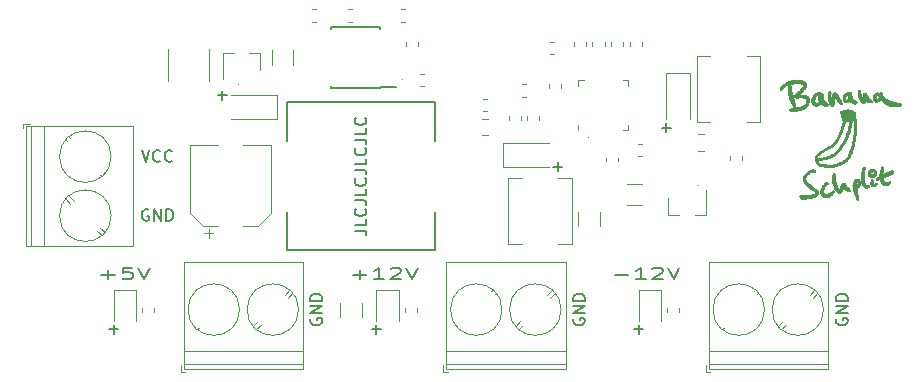
<source format=gbr>
G04 #@! TF.GenerationSoftware,KiCad,Pcbnew,(5.1.6)-1*
G04 #@! TF.CreationDate,2020-09-10T01:06:56+02:00*
G04 #@! TF.ProjectId,BananaSchplit,42616e61-6e61-4536-9368-706c69742e6b,rev?*
G04 #@! TF.SameCoordinates,Original*
G04 #@! TF.FileFunction,Legend,Top*
G04 #@! TF.FilePolarity,Positive*
%FSLAX46Y46*%
G04 Gerber Fmt 4.6, Leading zero omitted, Abs format (unit mm)*
G04 Created by KiCad (PCBNEW (5.1.6)-1) date 2020-09-10 01:06:56*
%MOMM*%
%LPD*%
G01*
G04 APERTURE LIST*
%ADD10C,0.120000*%
%ADD11C,0.150000*%
%ADD12C,0.010000*%
G04 APERTURE END LIST*
D10*
X37950000Y-23200000D02*
G75*
G03*
X37950000Y-23200000I-50000J0D01*
G01*
X51850000Y-22800000D02*
G75*
G03*
X51850000Y-22800000I-50000J0D01*
G01*
X76955902Y-31725000D02*
G75*
G03*
X76955902Y-31725000I-55902J0D01*
G01*
X67655902Y-27650000D02*
G75*
G03*
X67655902Y-27650000I-55902J0D01*
G01*
D11*
X36219047Y-24121428D02*
X36980952Y-24121428D01*
X36600000Y-24502380D02*
X36600000Y-23740476D01*
X64619047Y-30146428D02*
X65380952Y-30146428D01*
X65000000Y-30527380D02*
X65000000Y-29765476D01*
X73819047Y-26846428D02*
X74580952Y-26846428D01*
X74200000Y-27227380D02*
X74200000Y-26465476D01*
X71494047Y-43921428D02*
X72255952Y-43921428D01*
X71875000Y-44302380D02*
X71875000Y-43540476D01*
X49269047Y-43921428D02*
X50030952Y-43921428D01*
X49650000Y-44302380D02*
X49650000Y-43540476D01*
X27044047Y-43921428D02*
X27805952Y-43921428D01*
X27425000Y-44302380D02*
X27425000Y-43540476D01*
X47802380Y-35569047D02*
X48516666Y-35569047D01*
X48659523Y-35616666D01*
X48754761Y-35711904D01*
X48802380Y-35854761D01*
X48802380Y-35950000D01*
X48802380Y-34616666D02*
X48802380Y-35092857D01*
X47802380Y-35092857D01*
X48707142Y-33711904D02*
X48754761Y-33759523D01*
X48802380Y-33902380D01*
X48802380Y-33997619D01*
X48754761Y-34140476D01*
X48659523Y-34235714D01*
X48564285Y-34283333D01*
X48373809Y-34330952D01*
X48230952Y-34330952D01*
X48040476Y-34283333D01*
X47945238Y-34235714D01*
X47850000Y-34140476D01*
X47802380Y-33997619D01*
X47802380Y-33902380D01*
X47850000Y-33759523D01*
X47897619Y-33711904D01*
X47802380Y-32997619D02*
X48516666Y-32997619D01*
X48659523Y-33045238D01*
X48754761Y-33140476D01*
X48802380Y-33283333D01*
X48802380Y-33378571D01*
X48802380Y-32045238D02*
X48802380Y-32521428D01*
X47802380Y-32521428D01*
X48707142Y-31140476D02*
X48754761Y-31188095D01*
X48802380Y-31330952D01*
X48802380Y-31426190D01*
X48754761Y-31569047D01*
X48659523Y-31664285D01*
X48564285Y-31711904D01*
X48373809Y-31759523D01*
X48230952Y-31759523D01*
X48040476Y-31711904D01*
X47945238Y-31664285D01*
X47850000Y-31569047D01*
X47802380Y-31426190D01*
X47802380Y-31330952D01*
X47850000Y-31188095D01*
X47897619Y-31140476D01*
X47802380Y-30426190D02*
X48516666Y-30426190D01*
X48659523Y-30473809D01*
X48754761Y-30569047D01*
X48802380Y-30711904D01*
X48802380Y-30807142D01*
X48802380Y-29473809D02*
X48802380Y-29950000D01*
X47802380Y-29950000D01*
X48707142Y-28569047D02*
X48754761Y-28616666D01*
X48802380Y-28759523D01*
X48802380Y-28854761D01*
X48754761Y-28997619D01*
X48659523Y-29092857D01*
X48564285Y-29140476D01*
X48373809Y-29188095D01*
X48230952Y-29188095D01*
X48040476Y-29140476D01*
X47945238Y-29092857D01*
X47850000Y-28997619D01*
X47802380Y-28854761D01*
X47802380Y-28759523D01*
X47850000Y-28616666D01*
X47897619Y-28569047D01*
X47802380Y-27854761D02*
X48516666Y-27854761D01*
X48659523Y-27902380D01*
X48754761Y-27997619D01*
X48802380Y-28140476D01*
X48802380Y-28235714D01*
X48802380Y-26902380D02*
X48802380Y-27378571D01*
X47802380Y-27378571D01*
X48707142Y-25997619D02*
X48754761Y-26045238D01*
X48802380Y-26188095D01*
X48802380Y-26283333D01*
X48754761Y-26426190D01*
X48659523Y-26521428D01*
X48564285Y-26569047D01*
X48373809Y-26616666D01*
X48230952Y-26616666D01*
X48040476Y-26569047D01*
X47945238Y-26521428D01*
X47850000Y-26426190D01*
X47802380Y-26283333D01*
X47802380Y-26188095D01*
X47850000Y-26045238D01*
X47897619Y-25997619D01*
X29766666Y-28752380D02*
X30100000Y-29752380D01*
X30433333Y-28752380D01*
X31338095Y-29657142D02*
X31290476Y-29704761D01*
X31147619Y-29752380D01*
X31052380Y-29752380D01*
X30909523Y-29704761D01*
X30814285Y-29609523D01*
X30766666Y-29514285D01*
X30719047Y-29323809D01*
X30719047Y-29180952D01*
X30766666Y-28990476D01*
X30814285Y-28895238D01*
X30909523Y-28800000D01*
X31052380Y-28752380D01*
X31147619Y-28752380D01*
X31290476Y-28800000D01*
X31338095Y-28847619D01*
X32338095Y-29657142D02*
X32290476Y-29704761D01*
X32147619Y-29752380D01*
X32052380Y-29752380D01*
X31909523Y-29704761D01*
X31814285Y-29609523D01*
X31766666Y-29514285D01*
X31719047Y-29323809D01*
X31719047Y-29180952D01*
X31766666Y-28990476D01*
X31814285Y-28895238D01*
X31909523Y-28800000D01*
X32052380Y-28752380D01*
X32147619Y-28752380D01*
X32290476Y-28800000D01*
X32338095Y-28847619D01*
X30338095Y-33800000D02*
X30242857Y-33752380D01*
X30100000Y-33752380D01*
X29957142Y-33800000D01*
X29861904Y-33895238D01*
X29814285Y-33990476D01*
X29766666Y-34180952D01*
X29766666Y-34323809D01*
X29814285Y-34514285D01*
X29861904Y-34609523D01*
X29957142Y-34704761D01*
X30100000Y-34752380D01*
X30195238Y-34752380D01*
X30338095Y-34704761D01*
X30385714Y-34657142D01*
X30385714Y-34323809D01*
X30195238Y-34323809D01*
X30814285Y-34752380D02*
X30814285Y-33752380D01*
X31385714Y-34752380D01*
X31385714Y-33752380D01*
X31861904Y-34752380D02*
X31861904Y-33752380D01*
X32100000Y-33752380D01*
X32242857Y-33800000D01*
X32338095Y-33895238D01*
X32385714Y-33990476D01*
X32433333Y-34180952D01*
X32433333Y-34323809D01*
X32385714Y-34514285D01*
X32338095Y-34609523D01*
X32242857Y-34704761D01*
X32100000Y-34752380D01*
X31861904Y-34752380D01*
X88600000Y-43011904D02*
X88552380Y-43107142D01*
X88552380Y-43250000D01*
X88600000Y-43392857D01*
X88695238Y-43488095D01*
X88790476Y-43535714D01*
X88980952Y-43583333D01*
X89123809Y-43583333D01*
X89314285Y-43535714D01*
X89409523Y-43488095D01*
X89504761Y-43392857D01*
X89552380Y-43250000D01*
X89552380Y-43154761D01*
X89504761Y-43011904D01*
X89457142Y-42964285D01*
X89123809Y-42964285D01*
X89123809Y-43154761D01*
X89552380Y-42535714D02*
X88552380Y-42535714D01*
X89552380Y-41964285D01*
X88552380Y-41964285D01*
X89552380Y-41488095D02*
X88552380Y-41488095D01*
X88552380Y-41250000D01*
X88600000Y-41107142D01*
X88695238Y-41011904D01*
X88790476Y-40964285D01*
X88980952Y-40916666D01*
X89123809Y-40916666D01*
X89314285Y-40964285D01*
X89409523Y-41011904D01*
X89504761Y-41107142D01*
X89552380Y-41250000D01*
X89552380Y-41488095D01*
X66350000Y-43011904D02*
X66302380Y-43107142D01*
X66302380Y-43250000D01*
X66350000Y-43392857D01*
X66445238Y-43488095D01*
X66540476Y-43535714D01*
X66730952Y-43583333D01*
X66873809Y-43583333D01*
X67064285Y-43535714D01*
X67159523Y-43488095D01*
X67254761Y-43392857D01*
X67302380Y-43250000D01*
X67302380Y-43154761D01*
X67254761Y-43011904D01*
X67207142Y-42964285D01*
X66873809Y-42964285D01*
X66873809Y-43154761D01*
X67302380Y-42535714D02*
X66302380Y-42535714D01*
X67302380Y-41964285D01*
X66302380Y-41964285D01*
X67302380Y-41488095D02*
X66302380Y-41488095D01*
X66302380Y-41250000D01*
X66350000Y-41107142D01*
X66445238Y-41011904D01*
X66540476Y-40964285D01*
X66730952Y-40916666D01*
X66873809Y-40916666D01*
X67064285Y-40964285D01*
X67159523Y-41011904D01*
X67254761Y-41107142D01*
X67302380Y-41250000D01*
X67302380Y-41488095D01*
X44100000Y-43011904D02*
X44052380Y-43107142D01*
X44052380Y-43250000D01*
X44100000Y-43392857D01*
X44195238Y-43488095D01*
X44290476Y-43535714D01*
X44480952Y-43583333D01*
X44623809Y-43583333D01*
X44814285Y-43535714D01*
X44909523Y-43488095D01*
X45004761Y-43392857D01*
X45052380Y-43250000D01*
X45052380Y-43154761D01*
X45004761Y-43011904D01*
X44957142Y-42964285D01*
X44623809Y-42964285D01*
X44623809Y-43154761D01*
X45052380Y-42535714D02*
X44052380Y-42535714D01*
X45052380Y-41964285D01*
X44052380Y-41964285D01*
X45052380Y-41488095D02*
X44052380Y-41488095D01*
X44052380Y-41250000D01*
X44100000Y-41107142D01*
X44195238Y-41011904D01*
X44290476Y-40964285D01*
X44480952Y-40916666D01*
X44623809Y-40916666D01*
X44814285Y-40964285D01*
X44909523Y-41011904D01*
X45004761Y-41107142D01*
X45052380Y-41250000D01*
X45052380Y-41488095D01*
X69807142Y-39321428D02*
X70950000Y-39321428D01*
X72450000Y-39702380D02*
X71592857Y-39702380D01*
X72021428Y-39702380D02*
X72021428Y-38702380D01*
X71878571Y-38845238D01*
X71735714Y-38940476D01*
X71592857Y-38988095D01*
X73021428Y-38797619D02*
X73092857Y-38750000D01*
X73235714Y-38702380D01*
X73592857Y-38702380D01*
X73735714Y-38750000D01*
X73807142Y-38797619D01*
X73878571Y-38892857D01*
X73878571Y-38988095D01*
X73807142Y-39130952D01*
X72950000Y-39702380D01*
X73878571Y-39702380D01*
X74307142Y-38702380D02*
X74807142Y-39702380D01*
X75307142Y-38702380D01*
X47657142Y-39321428D02*
X48800000Y-39321428D01*
X48228571Y-39702380D02*
X48228571Y-38940476D01*
X50300000Y-39702380D02*
X49442857Y-39702380D01*
X49871428Y-39702380D02*
X49871428Y-38702380D01*
X49728571Y-38845238D01*
X49585714Y-38940476D01*
X49442857Y-38988095D01*
X50871428Y-38797619D02*
X50942857Y-38750000D01*
X51085714Y-38702380D01*
X51442857Y-38702380D01*
X51585714Y-38750000D01*
X51657142Y-38797619D01*
X51728571Y-38892857D01*
X51728571Y-38988095D01*
X51657142Y-39130952D01*
X50800000Y-39702380D01*
X51728571Y-39702380D01*
X52157142Y-38702380D02*
X52657142Y-39702380D01*
X53157142Y-38702380D01*
X26371428Y-39321428D02*
X27514285Y-39321428D01*
X26942857Y-39702380D02*
X26942857Y-38940476D01*
X28942857Y-38702380D02*
X28228571Y-38702380D01*
X28157142Y-39178571D01*
X28228571Y-39130952D01*
X28371428Y-39083333D01*
X28728571Y-39083333D01*
X28871428Y-39130952D01*
X28942857Y-39178571D01*
X29014285Y-39273809D01*
X29014285Y-39511904D01*
X28942857Y-39607142D01*
X28871428Y-39654761D01*
X28728571Y-39702380D01*
X28371428Y-39702380D01*
X28228571Y-39654761D01*
X28157142Y-39607142D01*
X29442857Y-38702380D02*
X29942857Y-39702380D01*
X30442857Y-38702380D01*
D10*
X35460000Y-20163748D02*
X35460000Y-22936252D01*
X32040000Y-20163748D02*
X32040000Y-22936252D01*
D11*
X48350000Y-24700000D02*
X42100000Y-24700000D01*
X42100000Y-24700000D02*
X42100000Y-27950000D01*
X48350000Y-24700000D02*
X54600000Y-24700000D01*
X54600000Y-24700000D02*
X54600000Y-27950000D01*
X48350000Y-37200000D02*
X42100000Y-37200000D01*
X42100000Y-37200000D02*
X42100000Y-33950000D01*
X48350000Y-37200000D02*
X54600000Y-37200000D01*
X54600000Y-37200000D02*
X54600000Y-33950000D01*
D10*
X40710000Y-28340000D02*
X38360000Y-28340000D01*
X33890000Y-28340000D02*
X36240000Y-28340000D01*
X33890000Y-34095563D02*
X33890000Y-28340000D01*
X40710000Y-34095563D02*
X40710000Y-28340000D01*
X39645563Y-35160000D02*
X38360000Y-35160000D01*
X34954437Y-35160000D02*
X36240000Y-35160000D01*
X34954437Y-35160000D02*
X33890000Y-34095563D01*
X39645563Y-35160000D02*
X40710000Y-34095563D01*
X35452500Y-36187500D02*
X35452500Y-35400000D01*
X35058750Y-35793750D02*
X35846250Y-35793750D01*
D12*
G36*
X90418657Y-31195258D02*
G01*
X90475662Y-31220094D01*
X90523728Y-31262315D01*
X90564114Y-31322805D01*
X90573956Y-31342578D01*
X90585112Y-31368140D01*
X90592585Y-31391755D01*
X90597100Y-31418480D01*
X90599381Y-31453371D01*
X90600152Y-31501482D01*
X90600200Y-31525750D01*
X90599963Y-31579306D01*
X90598656Y-31617756D01*
X90595386Y-31646313D01*
X90589258Y-31670191D01*
X90579378Y-31694603D01*
X90566714Y-31720983D01*
X90525015Y-31789397D01*
X90472582Y-31850030D01*
X90413619Y-31898774D01*
X90352329Y-31931519D01*
X90350616Y-31932168D01*
X90287632Y-31955722D01*
X90293803Y-32028717D01*
X90299027Y-32077451D01*
X90306655Y-32133506D01*
X90314546Y-32181916D01*
X90322550Y-32227725D01*
X90332033Y-32284641D01*
X90341513Y-32343669D01*
X90346203Y-32373880D01*
X90355974Y-32426693D01*
X90370459Y-32491109D01*
X90387813Y-32559497D01*
X90406190Y-32624227D01*
X90408863Y-32632960D01*
X90431865Y-32709657D01*
X90448006Y-32769939D01*
X90457590Y-32816402D01*
X90460923Y-32851646D01*
X90458307Y-32878268D01*
X90450048Y-32898867D01*
X90441396Y-32910721D01*
X90410349Y-32933506D01*
X90371887Y-32944106D01*
X90334438Y-32940634D01*
X90325069Y-32936775D01*
X90301183Y-32916763D01*
X90279061Y-32880984D01*
X90257619Y-32827518D01*
X90249795Y-32803367D01*
X90238738Y-32770755D01*
X90221765Y-32724582D01*
X90200839Y-32670016D01*
X90177922Y-32612227D01*
X90167505Y-32586602D01*
X90121402Y-32472113D01*
X90083310Y-32372514D01*
X90052234Y-32284482D01*
X90027179Y-32204690D01*
X90007152Y-32129815D01*
X89991156Y-32056530D01*
X89978199Y-31981512D01*
X89970752Y-31928859D01*
X89958192Y-31807555D01*
X89954654Y-31702991D01*
X89960175Y-31613681D01*
X89963914Y-31594354D01*
X90192765Y-31594354D01*
X90199030Y-31613274D01*
X90213332Y-31630488D01*
X90232665Y-31657313D01*
X90239357Y-31690657D01*
X90239520Y-31698946D01*
X90239520Y-31741217D01*
X90267460Y-31723493D01*
X90294714Y-31703896D01*
X90322752Y-31680513D01*
X90324246Y-31679144D01*
X90347164Y-31653760D01*
X90371210Y-31620899D01*
X90379769Y-31607262D01*
X90400412Y-31554798D01*
X90405758Y-31497825D01*
X90395493Y-31443517D01*
X90387749Y-31425679D01*
X90373710Y-31403730D01*
X90359727Y-31397293D01*
X90348211Y-31399467D01*
X90315305Y-31414108D01*
X90285805Y-31437864D01*
X90255309Y-31474702D01*
X90239471Y-31497528D01*
X90212213Y-31540411D01*
X90196902Y-31571376D01*
X90192765Y-31594354D01*
X89963914Y-31594354D01*
X89974791Y-31538140D01*
X89981090Y-31517538D01*
X90019229Y-31426866D01*
X90067865Y-31348411D01*
X90125280Y-31283707D01*
X90189756Y-31234288D01*
X90259574Y-31201688D01*
X90333014Y-31187443D01*
X90351450Y-31186927D01*
X90418657Y-31195258D01*
G37*
X90418657Y-31195258D02*
X90475662Y-31220094D01*
X90523728Y-31262315D01*
X90564114Y-31322805D01*
X90573956Y-31342578D01*
X90585112Y-31368140D01*
X90592585Y-31391755D01*
X90597100Y-31418480D01*
X90599381Y-31453371D01*
X90600152Y-31501482D01*
X90600200Y-31525750D01*
X90599963Y-31579306D01*
X90598656Y-31617756D01*
X90595386Y-31646313D01*
X90589258Y-31670191D01*
X90579378Y-31694603D01*
X90566714Y-31720983D01*
X90525015Y-31789397D01*
X90472582Y-31850030D01*
X90413619Y-31898774D01*
X90352329Y-31931519D01*
X90350616Y-31932168D01*
X90287632Y-31955722D01*
X90293803Y-32028717D01*
X90299027Y-32077451D01*
X90306655Y-32133506D01*
X90314546Y-32181916D01*
X90322550Y-32227725D01*
X90332033Y-32284641D01*
X90341513Y-32343669D01*
X90346203Y-32373880D01*
X90355974Y-32426693D01*
X90370459Y-32491109D01*
X90387813Y-32559497D01*
X90406190Y-32624227D01*
X90408863Y-32632960D01*
X90431865Y-32709657D01*
X90448006Y-32769939D01*
X90457590Y-32816402D01*
X90460923Y-32851646D01*
X90458307Y-32878268D01*
X90450048Y-32898867D01*
X90441396Y-32910721D01*
X90410349Y-32933506D01*
X90371887Y-32944106D01*
X90334438Y-32940634D01*
X90325069Y-32936775D01*
X90301183Y-32916763D01*
X90279061Y-32880984D01*
X90257619Y-32827518D01*
X90249795Y-32803367D01*
X90238738Y-32770755D01*
X90221765Y-32724582D01*
X90200839Y-32670016D01*
X90177922Y-32612227D01*
X90167505Y-32586602D01*
X90121402Y-32472113D01*
X90083310Y-32372514D01*
X90052234Y-32284482D01*
X90027179Y-32204690D01*
X90007152Y-32129815D01*
X89991156Y-32056530D01*
X89978199Y-31981512D01*
X89970752Y-31928859D01*
X89958192Y-31807555D01*
X89954654Y-31702991D01*
X89960175Y-31613681D01*
X89963914Y-31594354D01*
X90192765Y-31594354D01*
X90199030Y-31613274D01*
X90213332Y-31630488D01*
X90232665Y-31657313D01*
X90239357Y-31690657D01*
X90239520Y-31698946D01*
X90239520Y-31741217D01*
X90267460Y-31723493D01*
X90294714Y-31703896D01*
X90322752Y-31680513D01*
X90324246Y-31679144D01*
X90347164Y-31653760D01*
X90371210Y-31620899D01*
X90379769Y-31607262D01*
X90400412Y-31554798D01*
X90405758Y-31497825D01*
X90395493Y-31443517D01*
X90387749Y-31425679D01*
X90373710Y-31403730D01*
X90359727Y-31397293D01*
X90348211Y-31399467D01*
X90315305Y-31414108D01*
X90285805Y-31437864D01*
X90255309Y-31474702D01*
X90239471Y-31497528D01*
X90212213Y-31540411D01*
X90196902Y-31571376D01*
X90192765Y-31594354D01*
X89963914Y-31594354D01*
X89974791Y-31538140D01*
X89981090Y-31517538D01*
X90019229Y-31426866D01*
X90067865Y-31348411D01*
X90125280Y-31283707D01*
X90189756Y-31234288D01*
X90259574Y-31201688D01*
X90333014Y-31187443D01*
X90351450Y-31186927D01*
X90418657Y-31195258D01*
G36*
X86627226Y-30387918D02*
G01*
X86685585Y-30400495D01*
X86732520Y-30419823D01*
X86763873Y-30444629D01*
X86764671Y-30445623D01*
X86783192Y-30483795D01*
X86782669Y-30524005D01*
X86763434Y-30562174D01*
X86754344Y-30572338D01*
X86731791Y-30591940D01*
X86711883Y-30598814D01*
X86685764Y-30596526D01*
X86656577Y-30592493D01*
X86615723Y-30588142D01*
X86571814Y-30584385D01*
X86569877Y-30584243D01*
X86526606Y-30582052D01*
X86495341Y-30583852D01*
X86467962Y-30590825D01*
X86437797Y-30603485D01*
X86380642Y-30634887D01*
X86315459Y-30678955D01*
X86246480Y-30732151D01*
X86177940Y-30790938D01*
X86114072Y-30851777D01*
X86059110Y-30911132D01*
X86036628Y-30938711D01*
X85996718Y-30994858D01*
X85970836Y-31043609D01*
X85957066Y-31090165D01*
X85953491Y-31139725D01*
X85954487Y-31161562D01*
X85958368Y-31198183D01*
X85965641Y-31228875D01*
X85978736Y-31260505D01*
X86000085Y-31299942D01*
X86008726Y-31314771D01*
X86045338Y-31368393D01*
X86096823Y-31431150D01*
X86161059Y-31501038D01*
X86235925Y-31576055D01*
X86319297Y-31654198D01*
X86409054Y-31733466D01*
X86503073Y-31811854D01*
X86599231Y-31887361D01*
X86674982Y-31943419D01*
X86772461Y-32015389D01*
X86852977Y-32079390D01*
X86917570Y-32136873D01*
X86967282Y-32189286D01*
X87003153Y-32238082D01*
X87026226Y-32284710D01*
X87037540Y-32330619D01*
X87038137Y-32377262D01*
X87029059Y-32426087D01*
X87026935Y-32433661D01*
X87009563Y-32469040D01*
X86978129Y-32510412D01*
X86936430Y-32554076D01*
X86888262Y-32596328D01*
X86837422Y-32633468D01*
X86798481Y-32656440D01*
X86753384Y-32678966D01*
X86709990Y-32698382D01*
X86665121Y-32715653D01*
X86615594Y-32731742D01*
X86558230Y-32747614D01*
X86489847Y-32764232D01*
X86407265Y-32782562D01*
X86325630Y-32799772D01*
X86212424Y-32823033D01*
X86116689Y-32842053D01*
X86036084Y-32857119D01*
X85968272Y-32868517D01*
X85910913Y-32876535D01*
X85861667Y-32881457D01*
X85818197Y-32883570D01*
X85778163Y-32883160D01*
X85739225Y-32880514D01*
X85701146Y-32876193D01*
X85646061Y-32865878D01*
X85605158Y-32850288D01*
X85581799Y-32835139D01*
X85534617Y-32795773D01*
X85501785Y-32761844D01*
X85479630Y-32729409D01*
X85475170Y-32720745D01*
X85457106Y-32670732D01*
X85456330Y-32629200D01*
X85472995Y-32593712D01*
X85483858Y-32581378D01*
X85520117Y-32557120D01*
X85560058Y-32552771D01*
X85603001Y-32568393D01*
X85605999Y-32570174D01*
X85637430Y-32582627D01*
X85669745Y-32586457D01*
X85692796Y-32585075D01*
X85730837Y-32582950D01*
X85778560Y-32580374D01*
X85830080Y-32577667D01*
X85895300Y-32573513D01*
X85968769Y-32567618D01*
X86039688Y-32560898D01*
X86079000Y-32556557D01*
X86140114Y-32549410D01*
X86206676Y-32541847D01*
X86269008Y-32534957D01*
X86302520Y-32531373D01*
X86372156Y-32523128D01*
X86445814Y-32512782D01*
X86518737Y-32501145D01*
X86586168Y-32489026D01*
X86643349Y-32477236D01*
X86685524Y-32466584D01*
X86688600Y-32465653D01*
X86724448Y-32451048D01*
X86763166Y-32429780D01*
X86799402Y-32405454D01*
X86827810Y-32381674D01*
X86843038Y-32362043D01*
X86843280Y-32361441D01*
X86840480Y-32345187D01*
X86822045Y-32321483D01*
X86787495Y-32289931D01*
X86736354Y-32250132D01*
X86668144Y-32201686D01*
X86587000Y-32147224D01*
X86437274Y-32044050D01*
X86299141Y-31939313D01*
X86173884Y-31834225D01*
X86062787Y-31730000D01*
X85967132Y-31627850D01*
X85888203Y-31528989D01*
X85827283Y-31434629D01*
X85820935Y-31423093D01*
X85779360Y-31330347D01*
X85756841Y-31239816D01*
X85752968Y-31147894D01*
X85767330Y-31050977D01*
X85775014Y-31020814D01*
X85799263Y-30960957D01*
X85839759Y-30894451D01*
X85894460Y-30823494D01*
X85961323Y-30750289D01*
X86038302Y-30677034D01*
X86123355Y-30605932D01*
X86214439Y-30539181D01*
X86235384Y-30525100D01*
X86305616Y-30479429D01*
X86362645Y-30444495D01*
X86409594Y-30418941D01*
X86449590Y-30401408D01*
X86485756Y-30390540D01*
X86521218Y-30384979D01*
X86559099Y-30383367D01*
X86561600Y-30383366D01*
X86627226Y-30387918D01*
G37*
X86627226Y-30387918D02*
X86685585Y-30400495D01*
X86732520Y-30419823D01*
X86763873Y-30444629D01*
X86764671Y-30445623D01*
X86783192Y-30483795D01*
X86782669Y-30524005D01*
X86763434Y-30562174D01*
X86754344Y-30572338D01*
X86731791Y-30591940D01*
X86711883Y-30598814D01*
X86685764Y-30596526D01*
X86656577Y-30592493D01*
X86615723Y-30588142D01*
X86571814Y-30584385D01*
X86569877Y-30584243D01*
X86526606Y-30582052D01*
X86495341Y-30583852D01*
X86467962Y-30590825D01*
X86437797Y-30603485D01*
X86380642Y-30634887D01*
X86315459Y-30678955D01*
X86246480Y-30732151D01*
X86177940Y-30790938D01*
X86114072Y-30851777D01*
X86059110Y-30911132D01*
X86036628Y-30938711D01*
X85996718Y-30994858D01*
X85970836Y-31043609D01*
X85957066Y-31090165D01*
X85953491Y-31139725D01*
X85954487Y-31161562D01*
X85958368Y-31198183D01*
X85965641Y-31228875D01*
X85978736Y-31260505D01*
X86000085Y-31299942D01*
X86008726Y-31314771D01*
X86045338Y-31368393D01*
X86096823Y-31431150D01*
X86161059Y-31501038D01*
X86235925Y-31576055D01*
X86319297Y-31654198D01*
X86409054Y-31733466D01*
X86503073Y-31811854D01*
X86599231Y-31887361D01*
X86674982Y-31943419D01*
X86772461Y-32015389D01*
X86852977Y-32079390D01*
X86917570Y-32136873D01*
X86967282Y-32189286D01*
X87003153Y-32238082D01*
X87026226Y-32284710D01*
X87037540Y-32330619D01*
X87038137Y-32377262D01*
X87029059Y-32426087D01*
X87026935Y-32433661D01*
X87009563Y-32469040D01*
X86978129Y-32510412D01*
X86936430Y-32554076D01*
X86888262Y-32596328D01*
X86837422Y-32633468D01*
X86798481Y-32656440D01*
X86753384Y-32678966D01*
X86709990Y-32698382D01*
X86665121Y-32715653D01*
X86615594Y-32731742D01*
X86558230Y-32747614D01*
X86489847Y-32764232D01*
X86407265Y-32782562D01*
X86325630Y-32799772D01*
X86212424Y-32823033D01*
X86116689Y-32842053D01*
X86036084Y-32857119D01*
X85968272Y-32868517D01*
X85910913Y-32876535D01*
X85861667Y-32881457D01*
X85818197Y-32883570D01*
X85778163Y-32883160D01*
X85739225Y-32880514D01*
X85701146Y-32876193D01*
X85646061Y-32865878D01*
X85605158Y-32850288D01*
X85581799Y-32835139D01*
X85534617Y-32795773D01*
X85501785Y-32761844D01*
X85479630Y-32729409D01*
X85475170Y-32720745D01*
X85457106Y-32670732D01*
X85456330Y-32629200D01*
X85472995Y-32593712D01*
X85483858Y-32581378D01*
X85520117Y-32557120D01*
X85560058Y-32552771D01*
X85603001Y-32568393D01*
X85605999Y-32570174D01*
X85637430Y-32582627D01*
X85669745Y-32586457D01*
X85692796Y-32585075D01*
X85730837Y-32582950D01*
X85778560Y-32580374D01*
X85830080Y-32577667D01*
X85895300Y-32573513D01*
X85968769Y-32567618D01*
X86039688Y-32560898D01*
X86079000Y-32556557D01*
X86140114Y-32549410D01*
X86206676Y-32541847D01*
X86269008Y-32534957D01*
X86302520Y-32531373D01*
X86372156Y-32523128D01*
X86445814Y-32512782D01*
X86518737Y-32501145D01*
X86586168Y-32489026D01*
X86643349Y-32477236D01*
X86685524Y-32466584D01*
X86688600Y-32465653D01*
X86724448Y-32451048D01*
X86763166Y-32429780D01*
X86799402Y-32405454D01*
X86827810Y-32381674D01*
X86843038Y-32362043D01*
X86843280Y-32361441D01*
X86840480Y-32345187D01*
X86822045Y-32321483D01*
X86787495Y-32289931D01*
X86736354Y-32250132D01*
X86668144Y-32201686D01*
X86587000Y-32147224D01*
X86437274Y-32044050D01*
X86299141Y-31939313D01*
X86173884Y-31834225D01*
X86062787Y-31730000D01*
X85967132Y-31627850D01*
X85888203Y-31528989D01*
X85827283Y-31434629D01*
X85820935Y-31423093D01*
X85779360Y-31330347D01*
X85756841Y-31239816D01*
X85752968Y-31147894D01*
X85767330Y-31050977D01*
X85775014Y-31020814D01*
X85799263Y-30960957D01*
X85839759Y-30894451D01*
X85894460Y-30823494D01*
X85961323Y-30750289D01*
X86038302Y-30677034D01*
X86123355Y-30605932D01*
X86214439Y-30539181D01*
X86235384Y-30525100D01*
X86305616Y-30479429D01*
X86362645Y-30444495D01*
X86409594Y-30418941D01*
X86449590Y-30401408D01*
X86485756Y-30390540D01*
X86521218Y-30384979D01*
X86559099Y-30383367D01*
X86561600Y-30383366D01*
X86627226Y-30387918D01*
G36*
X87772697Y-31440866D02*
G01*
X87817526Y-31460461D01*
X87847572Y-31491720D01*
X87861343Y-31533496D01*
X87862080Y-31547197D01*
X87852792Y-31584075D01*
X87828230Y-31614321D01*
X87793347Y-31633254D01*
X87766773Y-31637280D01*
X87736488Y-31643731D01*
X87707351Y-31665395D01*
X87702541Y-31670300D01*
X87661924Y-31719891D01*
X87619451Y-31783692D01*
X87577791Y-31856478D01*
X87539613Y-31933020D01*
X87507586Y-32008092D01*
X87484379Y-32076467D01*
X87475150Y-32115611D01*
X87468755Y-32184518D01*
X87473064Y-32252865D01*
X87486965Y-32316533D01*
X87509346Y-32371401D01*
X87539094Y-32413346D01*
X87560229Y-32430732D01*
X87581221Y-32441712D01*
X87603577Y-32446846D01*
X87634238Y-32447081D01*
X87663960Y-32444874D01*
X87737248Y-32436174D01*
X87800124Y-32423178D01*
X87862393Y-32403630D01*
X87892099Y-32392382D01*
X87933483Y-32375054D01*
X87982686Y-32352868D01*
X88035814Y-32327761D01*
X88088973Y-32301673D01*
X88138265Y-32276544D01*
X88179797Y-32254311D01*
X88209673Y-32236914D01*
X88222308Y-32228012D01*
X88254271Y-32203574D01*
X88289474Y-32182686D01*
X88321166Y-32168981D01*
X88338259Y-32165600D01*
X88365562Y-32174552D01*
X88388353Y-32196783D01*
X88400104Y-32225348D01*
X88400560Y-32231841D01*
X88392726Y-32262902D01*
X88370807Y-32303347D01*
X88337176Y-32350642D01*
X88294204Y-32402255D01*
X88244264Y-32455650D01*
X88189728Y-32508294D01*
X88132968Y-32557653D01*
X88076358Y-32601194D01*
X88022270Y-32636382D01*
X88021248Y-32636973D01*
X87947167Y-32676472D01*
X87881244Y-32703702D01*
X87817143Y-32720635D01*
X87748526Y-32729243D01*
X87719840Y-32730744D01*
X87656217Y-32731522D01*
X87605551Y-32728207D01*
X87560788Y-32720225D01*
X87547120Y-32716744D01*
X87461509Y-32684833D01*
X87389543Y-32638762D01*
X87330465Y-32577741D01*
X87283517Y-32500981D01*
X87247942Y-32407695D01*
X87246900Y-32404145D01*
X87238139Y-32356634D01*
X87234229Y-32295543D01*
X87234987Y-32226981D01*
X87240232Y-32157053D01*
X87249783Y-32091868D01*
X87257151Y-32058920D01*
X87279424Y-31991630D01*
X87312973Y-31913760D01*
X87355339Y-31829699D01*
X87404058Y-31743839D01*
X87456670Y-31660570D01*
X87510714Y-31584282D01*
X87552232Y-31532505D01*
X87591803Y-31488999D01*
X87624865Y-31460053D01*
X87655749Y-31443042D01*
X87688787Y-31435340D01*
X87714581Y-31434080D01*
X87772697Y-31440866D01*
G37*
X87772697Y-31440866D02*
X87817526Y-31460461D01*
X87847572Y-31491720D01*
X87861343Y-31533496D01*
X87862080Y-31547197D01*
X87852792Y-31584075D01*
X87828230Y-31614321D01*
X87793347Y-31633254D01*
X87766773Y-31637280D01*
X87736488Y-31643731D01*
X87707351Y-31665395D01*
X87702541Y-31670300D01*
X87661924Y-31719891D01*
X87619451Y-31783692D01*
X87577791Y-31856478D01*
X87539613Y-31933020D01*
X87507586Y-32008092D01*
X87484379Y-32076467D01*
X87475150Y-32115611D01*
X87468755Y-32184518D01*
X87473064Y-32252865D01*
X87486965Y-32316533D01*
X87509346Y-32371401D01*
X87539094Y-32413346D01*
X87560229Y-32430732D01*
X87581221Y-32441712D01*
X87603577Y-32446846D01*
X87634238Y-32447081D01*
X87663960Y-32444874D01*
X87737248Y-32436174D01*
X87800124Y-32423178D01*
X87862393Y-32403630D01*
X87892099Y-32392382D01*
X87933483Y-32375054D01*
X87982686Y-32352868D01*
X88035814Y-32327761D01*
X88088973Y-32301673D01*
X88138265Y-32276544D01*
X88179797Y-32254311D01*
X88209673Y-32236914D01*
X88222308Y-32228012D01*
X88254271Y-32203574D01*
X88289474Y-32182686D01*
X88321166Y-32168981D01*
X88338259Y-32165600D01*
X88365562Y-32174552D01*
X88388353Y-32196783D01*
X88400104Y-32225348D01*
X88400560Y-32231841D01*
X88392726Y-32262902D01*
X88370807Y-32303347D01*
X88337176Y-32350642D01*
X88294204Y-32402255D01*
X88244264Y-32455650D01*
X88189728Y-32508294D01*
X88132968Y-32557653D01*
X88076358Y-32601194D01*
X88022270Y-32636382D01*
X88021248Y-32636973D01*
X87947167Y-32676472D01*
X87881244Y-32703702D01*
X87817143Y-32720635D01*
X87748526Y-32729243D01*
X87719840Y-32730744D01*
X87656217Y-32731522D01*
X87605551Y-32728207D01*
X87560788Y-32720225D01*
X87547120Y-32716744D01*
X87461509Y-32684833D01*
X87389543Y-32638762D01*
X87330465Y-32577741D01*
X87283517Y-32500981D01*
X87247942Y-32407695D01*
X87246900Y-32404145D01*
X87238139Y-32356634D01*
X87234229Y-32295543D01*
X87234987Y-32226981D01*
X87240232Y-32157053D01*
X87249783Y-32091868D01*
X87257151Y-32058920D01*
X87279424Y-31991630D01*
X87312973Y-31913760D01*
X87355339Y-31829699D01*
X87404058Y-31743839D01*
X87456670Y-31660570D01*
X87510714Y-31584282D01*
X87552232Y-31532505D01*
X87591803Y-31488999D01*
X87624865Y-31460053D01*
X87655749Y-31443042D01*
X87688787Y-31435340D01*
X87714581Y-31434080D01*
X87772697Y-31440866D01*
G36*
X88375227Y-30709690D02*
G01*
X88394239Y-30716626D01*
X88419474Y-30729817D01*
X88436004Y-30743201D01*
X88437071Y-30744703D01*
X88440044Y-30759028D01*
X88442895Y-30790014D01*
X88445405Y-30834000D01*
X88447353Y-30887327D01*
X88448309Y-30931033D01*
X88450231Y-31006813D01*
X88453881Y-31073231D01*
X88459974Y-31135076D01*
X88469225Y-31197134D01*
X88482349Y-31264195D01*
X88500060Y-31341046D01*
X88523074Y-31432476D01*
X88523294Y-31433325D01*
X88547672Y-31524969D01*
X88570028Y-31602222D01*
X88592221Y-31670637D01*
X88616110Y-31735769D01*
X88643556Y-31803172D01*
X88659494Y-31840146D01*
X88681235Y-31886517D01*
X88706540Y-31935216D01*
X88733523Y-31983213D01*
X88760299Y-32027481D01*
X88784979Y-32064991D01*
X88805679Y-32092714D01*
X88820512Y-32107623D01*
X88826675Y-32108548D01*
X88832249Y-32096523D01*
X88842983Y-32068244D01*
X88857784Y-32026789D01*
X88875554Y-31975237D01*
X88895200Y-31916665D01*
X88898552Y-31906520D01*
X88931070Y-31810293D01*
X88959733Y-31731957D01*
X88985816Y-31669738D01*
X89010599Y-31621867D01*
X89035358Y-31586572D01*
X89061370Y-31562081D01*
X89089913Y-31546623D01*
X89122265Y-31538427D01*
X89159703Y-31535721D01*
X89165987Y-31535680D01*
X89206142Y-31539388D01*
X89243126Y-31551804D01*
X89279455Y-31574864D01*
X89317642Y-31610505D01*
X89360203Y-31660665D01*
X89403419Y-31718560D01*
X89443940Y-31772496D01*
X89490816Y-31830967D01*
X89538004Y-31886623D01*
X89576382Y-31928900D01*
X89637355Y-31993705D01*
X89684751Y-32046369D01*
X89719692Y-32088779D01*
X89743303Y-32122824D01*
X89756707Y-32150390D01*
X89761027Y-32173365D01*
X89757388Y-32193635D01*
X89746912Y-32213089D01*
X89746183Y-32214139D01*
X89723312Y-32230471D01*
X89687947Y-32237006D01*
X89645553Y-32233456D01*
X89606087Y-32221480D01*
X89576230Y-32211343D01*
X89550543Y-32206349D01*
X89547652Y-32206240D01*
X89529695Y-32201808D01*
X89498681Y-32189852D01*
X89459501Y-32172374D01*
X89429937Y-32157980D01*
X89374133Y-32127651D01*
X89329665Y-32097426D01*
X89288452Y-32061429D01*
X89265741Y-32038600D01*
X89233311Y-32004091D01*
X89204065Y-31971536D01*
X89182492Y-31945991D01*
X89176262Y-31937819D01*
X89155222Y-31908158D01*
X89121921Y-32008939D01*
X89082838Y-32117356D01*
X89043562Y-32206176D01*
X89003626Y-32276120D01*
X88962564Y-32327907D01*
X88919910Y-32362259D01*
X88883160Y-32377994D01*
X88857320Y-32384693D01*
X88838324Y-32387409D01*
X88818934Y-32385820D01*
X88791914Y-32379606D01*
X88766320Y-32372796D01*
X88700746Y-32346645D01*
X88639494Y-32303977D01*
X88581281Y-32243627D01*
X88524823Y-32164431D01*
X88510030Y-32140200D01*
X88422311Y-31972583D01*
X88351242Y-31794392D01*
X88297137Y-31607139D01*
X88260313Y-31412338D01*
X88241086Y-31211503D01*
X88239770Y-31006147D01*
X88247610Y-30882507D01*
X88254639Y-30823170D01*
X88264562Y-30780449D01*
X88279096Y-30750677D01*
X88299959Y-30730184D01*
X88325150Y-30716815D01*
X88352411Y-30707981D01*
X88375227Y-30709690D01*
G37*
X88375227Y-30709690D02*
X88394239Y-30716626D01*
X88419474Y-30729817D01*
X88436004Y-30743201D01*
X88437071Y-30744703D01*
X88440044Y-30759028D01*
X88442895Y-30790014D01*
X88445405Y-30834000D01*
X88447353Y-30887327D01*
X88448309Y-30931033D01*
X88450231Y-31006813D01*
X88453881Y-31073231D01*
X88459974Y-31135076D01*
X88469225Y-31197134D01*
X88482349Y-31264195D01*
X88500060Y-31341046D01*
X88523074Y-31432476D01*
X88523294Y-31433325D01*
X88547672Y-31524969D01*
X88570028Y-31602222D01*
X88592221Y-31670637D01*
X88616110Y-31735769D01*
X88643556Y-31803172D01*
X88659494Y-31840146D01*
X88681235Y-31886517D01*
X88706540Y-31935216D01*
X88733523Y-31983213D01*
X88760299Y-32027481D01*
X88784979Y-32064991D01*
X88805679Y-32092714D01*
X88820512Y-32107623D01*
X88826675Y-32108548D01*
X88832249Y-32096523D01*
X88842983Y-32068244D01*
X88857784Y-32026789D01*
X88875554Y-31975237D01*
X88895200Y-31916665D01*
X88898552Y-31906520D01*
X88931070Y-31810293D01*
X88959733Y-31731957D01*
X88985816Y-31669738D01*
X89010599Y-31621867D01*
X89035358Y-31586572D01*
X89061370Y-31562081D01*
X89089913Y-31546623D01*
X89122265Y-31538427D01*
X89159703Y-31535721D01*
X89165987Y-31535680D01*
X89206142Y-31539388D01*
X89243126Y-31551804D01*
X89279455Y-31574864D01*
X89317642Y-31610505D01*
X89360203Y-31660665D01*
X89403419Y-31718560D01*
X89443940Y-31772496D01*
X89490816Y-31830967D01*
X89538004Y-31886623D01*
X89576382Y-31928900D01*
X89637355Y-31993705D01*
X89684751Y-32046369D01*
X89719692Y-32088779D01*
X89743303Y-32122824D01*
X89756707Y-32150390D01*
X89761027Y-32173365D01*
X89757388Y-32193635D01*
X89746912Y-32213089D01*
X89746183Y-32214139D01*
X89723312Y-32230471D01*
X89687947Y-32237006D01*
X89645553Y-32233456D01*
X89606087Y-32221480D01*
X89576230Y-32211343D01*
X89550543Y-32206349D01*
X89547652Y-32206240D01*
X89529695Y-32201808D01*
X89498681Y-32189852D01*
X89459501Y-32172374D01*
X89429937Y-32157980D01*
X89374133Y-32127651D01*
X89329665Y-32097426D01*
X89288452Y-32061429D01*
X89265741Y-32038600D01*
X89233311Y-32004091D01*
X89204065Y-31971536D01*
X89182492Y-31945991D01*
X89176262Y-31937819D01*
X89155222Y-31908158D01*
X89121921Y-32008939D01*
X89082838Y-32117356D01*
X89043562Y-32206176D01*
X89003626Y-32276120D01*
X88962564Y-32327907D01*
X88919910Y-32362259D01*
X88883160Y-32377994D01*
X88857320Y-32384693D01*
X88838324Y-32387409D01*
X88818934Y-32385820D01*
X88791914Y-32379606D01*
X88766320Y-32372796D01*
X88700746Y-32346645D01*
X88639494Y-32303977D01*
X88581281Y-32243627D01*
X88524823Y-32164431D01*
X88510030Y-32140200D01*
X88422311Y-31972583D01*
X88351242Y-31794392D01*
X88297137Y-31607139D01*
X88260313Y-31412338D01*
X88241086Y-31211503D01*
X88239770Y-31006147D01*
X88247610Y-30882507D01*
X88254639Y-30823170D01*
X88264562Y-30780449D01*
X88279096Y-30750677D01*
X88299959Y-30730184D01*
X88325150Y-30716815D01*
X88352411Y-30707981D01*
X88375227Y-30709690D01*
G36*
X90952976Y-30156432D02*
G01*
X90998851Y-30166850D01*
X91029132Y-30188918D01*
X91046056Y-30224543D01*
X91048867Y-30238182D01*
X91050884Y-30259923D01*
X91046527Y-30277237D01*
X91032831Y-30296208D01*
X91008279Y-30321497D01*
X90977392Y-30358251D01*
X90952937Y-30402704D01*
X90933654Y-30458244D01*
X90918281Y-30528257D01*
X90909132Y-30587987D01*
X90905253Y-30632131D01*
X90902862Y-30692249D01*
X90901882Y-30764057D01*
X90902236Y-30843271D01*
X90903848Y-30925604D01*
X90906640Y-31006773D01*
X90910536Y-31082492D01*
X90915458Y-31148477D01*
X90919936Y-31190240D01*
X90931368Y-31262785D01*
X90947227Y-31340875D01*
X90966162Y-31419296D01*
X90986820Y-31492834D01*
X91007849Y-31556273D01*
X91026676Y-31601894D01*
X91046032Y-31639876D01*
X91062539Y-31664422D01*
X91080960Y-31680940D01*
X91106055Y-31694834D01*
X91110303Y-31696845D01*
X91135931Y-31707966D01*
X91157762Y-31713881D01*
X91182391Y-31715184D01*
X91216412Y-31712471D01*
X91245241Y-31709016D01*
X91293183Y-31703096D01*
X91325217Y-31699915D01*
X91345612Y-31699781D01*
X91358635Y-31703003D01*
X91368554Y-31709888D01*
X91377440Y-31718560D01*
X91394212Y-31742981D01*
X91395641Y-31769617D01*
X91381068Y-31801200D01*
X91349836Y-31840463D01*
X91347514Y-31843018D01*
X91307212Y-31880658D01*
X91263153Y-31907331D01*
X91210619Y-31924951D01*
X91144894Y-31935434D01*
X91113280Y-31938097D01*
X91070439Y-31940001D01*
X91039455Y-31937802D01*
X91012064Y-31930213D01*
X90984303Y-31918025D01*
X90909397Y-31872365D01*
X90845446Y-31811943D01*
X90791559Y-31735617D01*
X90746845Y-31642248D01*
X90728005Y-31589903D01*
X90699146Y-31491989D01*
X90677999Y-31396009D01*
X90664203Y-31297943D01*
X90657398Y-31193773D01*
X90657223Y-31079480D01*
X90663318Y-30951044D01*
X90666615Y-30905250D01*
X90680498Y-30772192D01*
X90701038Y-30641847D01*
X90727365Y-30517966D01*
X90758611Y-30404297D01*
X90793907Y-30304591D01*
X90818628Y-30249009D01*
X90845208Y-30202282D01*
X90872168Y-30172917D01*
X90903367Y-30158255D01*
X90942664Y-30155637D01*
X90952976Y-30156432D01*
G37*
X90952976Y-30156432D02*
X90998851Y-30166850D01*
X91029132Y-30188918D01*
X91046056Y-30224543D01*
X91048867Y-30238182D01*
X91050884Y-30259923D01*
X91046527Y-30277237D01*
X91032831Y-30296208D01*
X91008279Y-30321497D01*
X90977392Y-30358251D01*
X90952937Y-30402704D01*
X90933654Y-30458244D01*
X90918281Y-30528257D01*
X90909132Y-30587987D01*
X90905253Y-30632131D01*
X90902862Y-30692249D01*
X90901882Y-30764057D01*
X90902236Y-30843271D01*
X90903848Y-30925604D01*
X90906640Y-31006773D01*
X90910536Y-31082492D01*
X90915458Y-31148477D01*
X90919936Y-31190240D01*
X90931368Y-31262785D01*
X90947227Y-31340875D01*
X90966162Y-31419296D01*
X90986820Y-31492834D01*
X91007849Y-31556273D01*
X91026676Y-31601894D01*
X91046032Y-31639876D01*
X91062539Y-31664422D01*
X91080960Y-31680940D01*
X91106055Y-31694834D01*
X91110303Y-31696845D01*
X91135931Y-31707966D01*
X91157762Y-31713881D01*
X91182391Y-31715184D01*
X91216412Y-31712471D01*
X91245241Y-31709016D01*
X91293183Y-31703096D01*
X91325217Y-31699915D01*
X91345612Y-31699781D01*
X91358635Y-31703003D01*
X91368554Y-31709888D01*
X91377440Y-31718560D01*
X91394212Y-31742981D01*
X91395641Y-31769617D01*
X91381068Y-31801200D01*
X91349836Y-31840463D01*
X91347514Y-31843018D01*
X91307212Y-31880658D01*
X91263153Y-31907331D01*
X91210619Y-31924951D01*
X91144894Y-31935434D01*
X91113280Y-31938097D01*
X91070439Y-31940001D01*
X91039455Y-31937802D01*
X91012064Y-31930213D01*
X90984303Y-31918025D01*
X90909397Y-31872365D01*
X90845446Y-31811943D01*
X90791559Y-31735617D01*
X90746845Y-31642248D01*
X90728005Y-31589903D01*
X90699146Y-31491989D01*
X90677999Y-31396009D01*
X90664203Y-31297943D01*
X90657398Y-31193773D01*
X90657223Y-31079480D01*
X90663318Y-30951044D01*
X90666615Y-30905250D01*
X90680498Y-30772192D01*
X90701038Y-30641847D01*
X90727365Y-30517966D01*
X90758611Y-30404297D01*
X90793907Y-30304591D01*
X90818628Y-30249009D01*
X90845208Y-30202282D01*
X90872168Y-30172917D01*
X90903367Y-30158255D01*
X90942664Y-30155637D01*
X90952976Y-30156432D01*
G36*
X91622448Y-31222992D02*
G01*
X91646414Y-31231419D01*
X91663652Y-31248413D01*
X91675231Y-31276386D01*
X91682219Y-31317752D01*
X91685683Y-31374922D01*
X91686655Y-31437494D01*
X91687320Y-31588229D01*
X91715766Y-31612703D01*
X91744212Y-31637176D01*
X91781806Y-31617957D01*
X91811302Y-31598695D01*
X91843378Y-31571683D01*
X91857182Y-31557834D01*
X91882549Y-31533355D01*
X91906213Y-31515369D01*
X91916823Y-31509993D01*
X91943260Y-31511081D01*
X91969532Y-31526456D01*
X91989161Y-31551091D01*
X91995459Y-31570996D01*
X91990510Y-31600260D01*
X91972168Y-31637288D01*
X91943754Y-31678284D01*
X91908588Y-31719453D01*
X91869990Y-31756998D01*
X91831280Y-31787126D01*
X91795779Y-31806041D01*
X91787579Y-31808629D01*
X91733217Y-31821358D01*
X91692622Y-31826651D01*
X91660570Y-31824294D01*
X91631834Y-31814074D01*
X91609719Y-31801380D01*
X91557654Y-31756919D01*
X91513615Y-31696530D01*
X91484245Y-31634574D01*
X91476286Y-31608298D01*
X91471820Y-31578641D01*
X91470927Y-31542307D01*
X91473684Y-31495998D01*
X91480169Y-31436420D01*
X91490459Y-31360275D01*
X91490765Y-31358135D01*
X91504104Y-31297172D01*
X91524406Y-31254585D01*
X91552361Y-31229425D01*
X91588662Y-31220738D01*
X91590686Y-31220720D01*
X91622448Y-31222992D01*
G37*
X91622448Y-31222992D02*
X91646414Y-31231419D01*
X91663652Y-31248413D01*
X91675231Y-31276386D01*
X91682219Y-31317752D01*
X91685683Y-31374922D01*
X91686655Y-31437494D01*
X91687320Y-31588229D01*
X91715766Y-31612703D01*
X91744212Y-31637176D01*
X91781806Y-31617957D01*
X91811302Y-31598695D01*
X91843378Y-31571683D01*
X91857182Y-31557834D01*
X91882549Y-31533355D01*
X91906213Y-31515369D01*
X91916823Y-31509993D01*
X91943260Y-31511081D01*
X91969532Y-31526456D01*
X91989161Y-31551091D01*
X91995459Y-31570996D01*
X91990510Y-31600260D01*
X91972168Y-31637288D01*
X91943754Y-31678284D01*
X91908588Y-31719453D01*
X91869990Y-31756998D01*
X91831280Y-31787126D01*
X91795779Y-31806041D01*
X91787579Y-31808629D01*
X91733217Y-31821358D01*
X91692622Y-31826651D01*
X91660570Y-31824294D01*
X91631834Y-31814074D01*
X91609719Y-31801380D01*
X91557654Y-31756919D01*
X91513615Y-31696530D01*
X91484245Y-31634574D01*
X91476286Y-31608298D01*
X91471820Y-31578641D01*
X91470927Y-31542307D01*
X91473684Y-31495998D01*
X91480169Y-31436420D01*
X91490459Y-31360275D01*
X91490765Y-31358135D01*
X91504104Y-31297172D01*
X91524406Y-31254585D01*
X91552361Y-31229425D01*
X91588662Y-31220738D01*
X91590686Y-31220720D01*
X91622448Y-31222992D01*
G36*
X92524938Y-30142534D02*
G01*
X92536825Y-30151983D01*
X92561066Y-30182460D01*
X92573399Y-30221417D01*
X92573994Y-30271241D01*
X92563023Y-30334316D01*
X92552724Y-30373423D01*
X92534819Y-30439036D01*
X92517829Y-30507083D01*
X92502294Y-30574734D01*
X92488754Y-30639162D01*
X92477747Y-30697539D01*
X92469813Y-30747036D01*
X92465493Y-30784826D01*
X92465324Y-30808080D01*
X92468618Y-30814320D01*
X92479513Y-30809683D01*
X92504042Y-30797183D01*
X92538135Y-30778937D01*
X92564230Y-30764591D01*
X92661304Y-30712004D01*
X92747240Y-30668521D01*
X92827512Y-30631543D01*
X92907594Y-30598469D01*
X92940033Y-30586038D01*
X92996984Y-30564377D01*
X93057634Y-30540887D01*
X93113699Y-30518795D01*
X93147672Y-30505120D01*
X93205682Y-30483503D01*
X93250582Y-30472266D01*
X93286513Y-30471047D01*
X93317616Y-30479484D01*
X93335227Y-30488752D01*
X93374919Y-30522339D01*
X93396599Y-30564602D01*
X93401762Y-30603115D01*
X93399697Y-30640684D01*
X93390666Y-30671567D01*
X93372304Y-30698015D01*
X93342249Y-30722276D01*
X93298137Y-30746602D01*
X93237604Y-30773242D01*
X93212337Y-30783435D01*
X93168481Y-30801848D01*
X93115173Y-30825680D01*
X93061018Y-30851038D01*
X93036178Y-30863139D01*
X92997389Y-30881326D01*
X92943894Y-30904948D01*
X92879970Y-30932194D01*
X92809896Y-30961254D01*
X92737949Y-30990315D01*
X92705895Y-31002992D01*
X92633447Y-31031583D01*
X92577809Y-31054026D01*
X92536800Y-31071398D01*
X92508238Y-31084780D01*
X92489942Y-31095252D01*
X92479731Y-31103893D01*
X92475424Y-31111783D01*
X92474755Y-31117427D01*
X92479359Y-31143386D01*
X92491756Y-31181743D01*
X92509739Y-31227205D01*
X92531103Y-31274480D01*
X92553641Y-31318276D01*
X92569692Y-31345200D01*
X92606480Y-31397682D01*
X92640215Y-31434180D01*
X92675552Y-31457509D01*
X92717147Y-31470487D01*
X92769653Y-31475929D01*
X92786633Y-31476480D01*
X92857020Y-31472263D01*
X92925106Y-31457659D01*
X92984902Y-31434384D01*
X93026143Y-31407896D01*
X93061862Y-31387068D01*
X93096412Y-31386302D01*
X93122699Y-31399096D01*
X93141503Y-31422938D01*
X93144640Y-31454674D01*
X93133944Y-31491870D01*
X93111251Y-31532098D01*
X93078396Y-31572925D01*
X93037213Y-31611921D01*
X92989537Y-31646655D01*
X92937204Y-31674695D01*
X92905423Y-31686940D01*
X92851616Y-31700376D01*
X92788684Y-31709610D01*
X92724155Y-31714059D01*
X92665562Y-31713139D01*
X92629122Y-31708380D01*
X92582948Y-31692888D01*
X92530115Y-31666175D01*
X92477566Y-31632118D01*
X92442646Y-31604206D01*
X92404832Y-31562864D01*
X92365883Y-31506701D01*
X92328579Y-31440834D01*
X92295701Y-31370380D01*
X92270031Y-31300456D01*
X92261823Y-31271520D01*
X92253942Y-31241328D01*
X92247665Y-31218659D01*
X92246049Y-31213392D01*
X92235458Y-31210794D01*
X92211413Y-31215014D01*
X92178938Y-31224412D01*
X92143055Y-31237349D01*
X92108789Y-31252186D01*
X92081377Y-31267143D01*
X92042603Y-31281256D01*
X92002955Y-31276255D01*
X91966659Y-31252696D01*
X91965938Y-31251981D01*
X91942293Y-31216126D01*
X91936500Y-31177469D01*
X91947473Y-31140575D01*
X91974126Y-31110006D01*
X92003528Y-31094058D01*
X92024082Y-31084092D01*
X92056526Y-31065695D01*
X92095886Y-31041769D01*
X92125891Y-31022636D01*
X92219022Y-30962009D01*
X92225600Y-30880544D01*
X92234591Y-30797726D01*
X92248359Y-30706522D01*
X92265557Y-30614203D01*
X92284836Y-30528040D01*
X92303788Y-30458720D01*
X92320760Y-30401853D01*
X92339060Y-30337594D01*
X92355304Y-30277889D01*
X92358491Y-30265680D01*
X92373536Y-30213013D01*
X92387639Y-30176813D01*
X92402375Y-30153381D01*
X92409311Y-30146300D01*
X92445661Y-30126338D01*
X92485498Y-30125141D01*
X92524938Y-30142534D01*
G37*
X92524938Y-30142534D02*
X92536825Y-30151983D01*
X92561066Y-30182460D01*
X92573399Y-30221417D01*
X92573994Y-30271241D01*
X92563023Y-30334316D01*
X92552724Y-30373423D01*
X92534819Y-30439036D01*
X92517829Y-30507083D01*
X92502294Y-30574734D01*
X92488754Y-30639162D01*
X92477747Y-30697539D01*
X92469813Y-30747036D01*
X92465493Y-30784826D01*
X92465324Y-30808080D01*
X92468618Y-30814320D01*
X92479513Y-30809683D01*
X92504042Y-30797183D01*
X92538135Y-30778937D01*
X92564230Y-30764591D01*
X92661304Y-30712004D01*
X92747240Y-30668521D01*
X92827512Y-30631543D01*
X92907594Y-30598469D01*
X92940033Y-30586038D01*
X92996984Y-30564377D01*
X93057634Y-30540887D01*
X93113699Y-30518795D01*
X93147672Y-30505120D01*
X93205682Y-30483503D01*
X93250582Y-30472266D01*
X93286513Y-30471047D01*
X93317616Y-30479484D01*
X93335227Y-30488752D01*
X93374919Y-30522339D01*
X93396599Y-30564602D01*
X93401762Y-30603115D01*
X93399697Y-30640684D01*
X93390666Y-30671567D01*
X93372304Y-30698015D01*
X93342249Y-30722276D01*
X93298137Y-30746602D01*
X93237604Y-30773242D01*
X93212337Y-30783435D01*
X93168481Y-30801848D01*
X93115173Y-30825680D01*
X93061018Y-30851038D01*
X93036178Y-30863139D01*
X92997389Y-30881326D01*
X92943894Y-30904948D01*
X92879970Y-30932194D01*
X92809896Y-30961254D01*
X92737949Y-30990315D01*
X92705895Y-31002992D01*
X92633447Y-31031583D01*
X92577809Y-31054026D01*
X92536800Y-31071398D01*
X92508238Y-31084780D01*
X92489942Y-31095252D01*
X92479731Y-31103893D01*
X92475424Y-31111783D01*
X92474755Y-31117427D01*
X92479359Y-31143386D01*
X92491756Y-31181743D01*
X92509739Y-31227205D01*
X92531103Y-31274480D01*
X92553641Y-31318276D01*
X92569692Y-31345200D01*
X92606480Y-31397682D01*
X92640215Y-31434180D01*
X92675552Y-31457509D01*
X92717147Y-31470487D01*
X92769653Y-31475929D01*
X92786633Y-31476480D01*
X92857020Y-31472263D01*
X92925106Y-31457659D01*
X92984902Y-31434384D01*
X93026143Y-31407896D01*
X93061862Y-31387068D01*
X93096412Y-31386302D01*
X93122699Y-31399096D01*
X93141503Y-31422938D01*
X93144640Y-31454674D01*
X93133944Y-31491870D01*
X93111251Y-31532098D01*
X93078396Y-31572925D01*
X93037213Y-31611921D01*
X92989537Y-31646655D01*
X92937204Y-31674695D01*
X92905423Y-31686940D01*
X92851616Y-31700376D01*
X92788684Y-31709610D01*
X92724155Y-31714059D01*
X92665562Y-31713139D01*
X92629122Y-31708380D01*
X92582948Y-31692888D01*
X92530115Y-31666175D01*
X92477566Y-31632118D01*
X92442646Y-31604206D01*
X92404832Y-31562864D01*
X92365883Y-31506701D01*
X92328579Y-31440834D01*
X92295701Y-31370380D01*
X92270031Y-31300456D01*
X92261823Y-31271520D01*
X92253942Y-31241328D01*
X92247665Y-31218659D01*
X92246049Y-31213392D01*
X92235458Y-31210794D01*
X92211413Y-31215014D01*
X92178938Y-31224412D01*
X92143055Y-31237349D01*
X92108789Y-31252186D01*
X92081377Y-31267143D01*
X92042603Y-31281256D01*
X92002955Y-31276255D01*
X91966659Y-31252696D01*
X91965938Y-31251981D01*
X91942293Y-31216126D01*
X91936500Y-31177469D01*
X91947473Y-31140575D01*
X91974126Y-31110006D01*
X92003528Y-31094058D01*
X92024082Y-31084092D01*
X92056526Y-31065695D01*
X92095886Y-31041769D01*
X92125891Y-31022636D01*
X92219022Y-30962009D01*
X92225600Y-30880544D01*
X92234591Y-30797726D01*
X92248359Y-30706522D01*
X92265557Y-30614203D01*
X92284836Y-30528040D01*
X92303788Y-30458720D01*
X92320760Y-30401853D01*
X92339060Y-30337594D01*
X92355304Y-30277889D01*
X92358491Y-30265680D01*
X92373536Y-30213013D01*
X92387639Y-30176813D01*
X92402375Y-30153381D01*
X92409311Y-30146300D01*
X92445661Y-30126338D01*
X92485498Y-30125141D01*
X92524938Y-30142534D01*
G36*
X91725051Y-30333292D02*
G01*
X91790724Y-30359895D01*
X91850394Y-30397708D01*
X91899886Y-30445210D01*
X91922881Y-30477596D01*
X91951693Y-30544796D01*
X91963756Y-30618269D01*
X91960175Y-30694575D01*
X91942050Y-30770276D01*
X91910483Y-30841934D01*
X91866578Y-30906111D01*
X91811435Y-30959369D01*
X91757693Y-30992930D01*
X91711785Y-31008817D01*
X91653478Y-31019589D01*
X91590204Y-31024554D01*
X91529396Y-31023022D01*
X91491914Y-31017636D01*
X91420040Y-30992806D01*
X91354290Y-30951912D01*
X91299487Y-30898506D01*
X91269085Y-30853514D01*
X91256590Y-30816099D01*
X91250370Y-30765542D01*
X91250299Y-30707984D01*
X91250317Y-30707801D01*
X91441433Y-30707801D01*
X91445562Y-30739456D01*
X91466471Y-30772091D01*
X91502335Y-30796281D01*
X91548782Y-30809855D01*
X91590800Y-30811599D01*
X91628568Y-30806830D01*
X91662701Y-30798634D01*
X91676236Y-30793398D01*
X91720308Y-30760783D01*
X91752621Y-30714603D01*
X91770025Y-30659699D01*
X91771543Y-30646901D01*
X91770426Y-30597294D01*
X91756239Y-30560700D01*
X91727023Y-30533117D01*
X91711390Y-30524072D01*
X91683152Y-30514984D01*
X91653037Y-30513295D01*
X91627398Y-30518303D01*
X91612588Y-30529307D01*
X91611120Y-30535146D01*
X91602252Y-30553028D01*
X91580627Y-30568679D01*
X91553712Y-30577904D01*
X91534657Y-30578103D01*
X91508978Y-30582605D01*
X91484186Y-30602590D01*
X91462911Y-30633293D01*
X91447783Y-30669951D01*
X91441433Y-30707801D01*
X91250317Y-30707801D01*
X91256255Y-30649570D01*
X91268113Y-30596442D01*
X91274648Y-30577624D01*
X91295785Y-30536607D01*
X91325691Y-30494210D01*
X91360221Y-30454995D01*
X91395228Y-30423526D01*
X91426569Y-30404365D01*
X91434443Y-30401746D01*
X91460892Y-30389790D01*
X91477846Y-30374698D01*
X91495719Y-30358247D01*
X91523501Y-30340942D01*
X91533726Y-30335923D01*
X91592379Y-30319787D01*
X91657545Y-30319416D01*
X91725051Y-30333292D01*
G37*
X91725051Y-30333292D02*
X91790724Y-30359895D01*
X91850394Y-30397708D01*
X91899886Y-30445210D01*
X91922881Y-30477596D01*
X91951693Y-30544796D01*
X91963756Y-30618269D01*
X91960175Y-30694575D01*
X91942050Y-30770276D01*
X91910483Y-30841934D01*
X91866578Y-30906111D01*
X91811435Y-30959369D01*
X91757693Y-30992930D01*
X91711785Y-31008817D01*
X91653478Y-31019589D01*
X91590204Y-31024554D01*
X91529396Y-31023022D01*
X91491914Y-31017636D01*
X91420040Y-30992806D01*
X91354290Y-30951912D01*
X91299487Y-30898506D01*
X91269085Y-30853514D01*
X91256590Y-30816099D01*
X91250370Y-30765542D01*
X91250299Y-30707984D01*
X91250317Y-30707801D01*
X91441433Y-30707801D01*
X91445562Y-30739456D01*
X91466471Y-30772091D01*
X91502335Y-30796281D01*
X91548782Y-30809855D01*
X91590800Y-30811599D01*
X91628568Y-30806830D01*
X91662701Y-30798634D01*
X91676236Y-30793398D01*
X91720308Y-30760783D01*
X91752621Y-30714603D01*
X91770025Y-30659699D01*
X91771543Y-30646901D01*
X91770426Y-30597294D01*
X91756239Y-30560700D01*
X91727023Y-30533117D01*
X91711390Y-30524072D01*
X91683152Y-30514984D01*
X91653037Y-30513295D01*
X91627398Y-30518303D01*
X91612588Y-30529307D01*
X91611120Y-30535146D01*
X91602252Y-30553028D01*
X91580627Y-30568679D01*
X91553712Y-30577904D01*
X91534657Y-30578103D01*
X91508978Y-30582605D01*
X91484186Y-30602590D01*
X91462911Y-30633293D01*
X91447783Y-30669951D01*
X91441433Y-30707801D01*
X91250317Y-30707801D01*
X91256255Y-30649570D01*
X91268113Y-30596442D01*
X91274648Y-30577624D01*
X91295785Y-30536607D01*
X91325691Y-30494210D01*
X91360221Y-30454995D01*
X91395228Y-30423526D01*
X91426569Y-30404365D01*
X91434443Y-30401746D01*
X91460892Y-30389790D01*
X91477846Y-30374698D01*
X91495719Y-30358247D01*
X91523501Y-30340942D01*
X91533726Y-30335923D01*
X91592379Y-30319787D01*
X91657545Y-30319416D01*
X91725051Y-30333292D01*
G36*
X89592184Y-25304600D02*
G01*
X89625397Y-25319552D01*
X89649996Y-25341513D01*
X89660353Y-25367887D01*
X89660400Y-25369768D01*
X89663249Y-25379733D01*
X89674847Y-25384530D01*
X89699761Y-25385316D01*
X89718820Y-25384559D01*
X89758673Y-25380040D01*
X89796262Y-25371689D01*
X89812802Y-25365870D01*
X89856590Y-25354848D01*
X89895901Y-25363412D01*
X89930576Y-25389856D01*
X89953430Y-25423773D01*
X89960818Y-25461186D01*
X89966039Y-25494181D01*
X89980148Y-25511685D01*
X90006882Y-25516534D01*
X90031012Y-25514485D01*
X90079205Y-25514338D01*
X90115175Y-25529467D01*
X90141440Y-25561158D01*
X90147879Y-25574258D01*
X90157185Y-25598574D01*
X90161745Y-25622039D01*
X90162029Y-25651143D01*
X90158507Y-25692376D01*
X90157254Y-25703840D01*
X90150498Y-25756288D01*
X90141836Y-25812620D01*
X90133079Y-25861113D01*
X90132608Y-25863431D01*
X90123626Y-25908865D01*
X90119403Y-25938579D01*
X90120411Y-25956717D01*
X90127121Y-25967421D01*
X90140003Y-25974834D01*
X90145540Y-25977202D01*
X90172915Y-25997749D01*
X90200849Y-26034906D01*
X90227458Y-26085113D01*
X90250862Y-26144807D01*
X90269179Y-26210426D01*
X90269495Y-26211840D01*
X90273911Y-26244201D01*
X90277023Y-26293241D01*
X90278857Y-26355361D01*
X90279438Y-26426962D01*
X90278792Y-26504446D01*
X90276944Y-26584214D01*
X90273920Y-26662668D01*
X90269743Y-26736210D01*
X90265419Y-26790960D01*
X90260101Y-26860377D01*
X90255596Y-26941254D01*
X90252306Y-27024738D01*
X90250629Y-27101973D01*
X90250504Y-27121160D01*
X90249730Y-27195247D01*
X90247365Y-27256378D01*
X90242750Y-27311895D01*
X90235222Y-27369139D01*
X90224122Y-27435453D01*
X90220321Y-27456440D01*
X90208884Y-27521007D01*
X90197752Y-27587594D01*
X90187973Y-27649679D01*
X90180596Y-27700741D01*
X90178686Y-27715520D01*
X90171968Y-27761220D01*
X90161723Y-27820021D01*
X90149189Y-27885269D01*
X90135607Y-27950312D01*
X90131349Y-27969520D01*
X90116932Y-28035098D01*
X90102205Y-28104784D01*
X90088683Y-28171237D01*
X90077883Y-28227113D01*
X90075751Y-28238760D01*
X90065143Y-28295624D01*
X90054374Y-28348194D01*
X90042578Y-28399655D01*
X90028883Y-28453192D01*
X90012420Y-28511988D01*
X89992320Y-28579230D01*
X89967713Y-28658100D01*
X89937730Y-28751785D01*
X89924568Y-28792480D01*
X89872815Y-28945266D01*
X89822278Y-29079729D01*
X89771972Y-29197746D01*
X89720915Y-29301196D01*
X89668121Y-29391954D01*
X89612606Y-29471899D01*
X89553385Y-29542909D01*
X89505350Y-29592001D01*
X89449179Y-29642947D01*
X89384830Y-29696853D01*
X89317201Y-29749944D01*
X89251190Y-29798450D01*
X89191694Y-29838596D01*
X89161217Y-29857070D01*
X89123290Y-29877085D01*
X89070889Y-29902478D01*
X89008482Y-29931273D01*
X88940537Y-29961494D01*
X88871524Y-29991167D01*
X88805911Y-30018316D01*
X88748166Y-30040966D01*
X88729735Y-30047794D01*
X88529590Y-30109877D01*
X88326708Y-30151850D01*
X88120713Y-30173768D01*
X87911226Y-30175687D01*
X87867160Y-30173578D01*
X87811346Y-30169708D01*
X87755409Y-30164712D01*
X87706710Y-30159302D01*
X87678647Y-30155283D01*
X87643424Y-30150357D01*
X87593950Y-30144825D01*
X87536259Y-30139299D01*
X87476383Y-30134391D01*
X87463985Y-30133489D01*
X87378511Y-30126179D01*
X87308807Y-30117072D01*
X87250337Y-30105187D01*
X87198567Y-30089546D01*
X87148963Y-30069168D01*
X87134423Y-30062275D01*
X87075562Y-30028494D01*
X87025503Y-29987287D01*
X86979907Y-29934418D01*
X86936713Y-29869440D01*
X86896177Y-29800674D01*
X86865192Y-29743335D01*
X86841473Y-29692332D01*
X86822737Y-29642573D01*
X86806700Y-29588967D01*
X86803209Y-29575603D01*
X86962423Y-29575603D01*
X86963377Y-29591367D01*
X86975266Y-29622179D01*
X86997320Y-29666480D01*
X87028768Y-29722707D01*
X87064194Y-29781776D01*
X87094921Y-29827074D01*
X87127242Y-29863562D01*
X87163815Y-29892288D01*
X87207296Y-29914302D01*
X87260343Y-29930651D01*
X87325612Y-29942385D01*
X87405761Y-29950551D01*
X87503447Y-29956200D01*
X87506480Y-29956333D01*
X87566226Y-29959272D01*
X87623606Y-29962702D01*
X87673331Y-29966262D01*
X87710110Y-29969597D01*
X87719840Y-29970764D01*
X87747710Y-29973223D01*
X87791596Y-29975504D01*
X87847195Y-29977455D01*
X87910204Y-29978927D01*
X87976317Y-29979767D01*
X87976548Y-29979769D01*
X88061414Y-29979754D01*
X88131262Y-29978170D01*
X88191352Y-29974715D01*
X88246948Y-29969090D01*
X88301870Y-29961228D01*
X88437494Y-29934396D01*
X88576876Y-29896481D01*
X88723126Y-29846485D01*
X88879352Y-29783409D01*
X88942486Y-29755575D01*
X89004338Y-29727025D01*
X89054166Y-29701880D01*
X89098238Y-29676410D01*
X89142819Y-29646886D01*
X89194177Y-29609578D01*
X89218440Y-29591323D01*
X89288220Y-29535900D01*
X89348941Y-29481271D01*
X89402996Y-29424322D01*
X89452777Y-29361935D01*
X89500674Y-29290994D01*
X89549080Y-29208385D01*
X89600386Y-29110990D01*
X89624953Y-29061720D01*
X89661405Y-28981720D01*
X89700152Y-28886238D01*
X89739725Y-28779760D01*
X89778652Y-28666771D01*
X89815465Y-28551759D01*
X89848693Y-28439208D01*
X89876866Y-28333604D01*
X89898516Y-28239435D01*
X89904598Y-28208280D01*
X89916650Y-28144056D01*
X89929147Y-28079878D01*
X89940970Y-28021338D01*
X89950997Y-27974031D01*
X89955469Y-27954280D01*
X89963822Y-27914146D01*
X89973532Y-27860070D01*
X89983556Y-27798287D01*
X89992847Y-27735031D01*
X89995451Y-27715827D01*
X90004587Y-27648930D01*
X90014833Y-27577220D01*
X90025042Y-27508524D01*
X90034072Y-27450667D01*
X90035566Y-27441507D01*
X90042988Y-27384383D01*
X90049673Y-27308383D01*
X90055566Y-27214943D01*
X90060613Y-27105494D01*
X90064758Y-26981471D01*
X90067947Y-26844307D01*
X90070125Y-26695436D01*
X90071237Y-26536291D01*
X90071320Y-26506480D01*
X90071359Y-26425684D01*
X90070980Y-26362599D01*
X90070029Y-26314616D01*
X90068350Y-26279126D01*
X90065790Y-26253522D01*
X90062193Y-26235195D01*
X90057404Y-26221536D01*
X90053990Y-26214673D01*
X90040502Y-26193509D01*
X90027800Y-26187312D01*
X90009045Y-26192232D01*
X89967652Y-26197951D01*
X89927722Y-26183943D01*
X89896020Y-26156618D01*
X89876610Y-26136264D01*
X89862919Y-26129404D01*
X89848157Y-26133516D01*
X89842254Y-26136651D01*
X89827263Y-26146303D01*
X89829821Y-26150100D01*
X89836121Y-26150519D01*
X89861495Y-26159916D01*
X89884809Y-26182718D01*
X89900595Y-26212299D01*
X89904240Y-26233075D01*
X89901566Y-26255037D01*
X89894270Y-26291584D01*
X89883436Y-26337800D01*
X89870147Y-26388769D01*
X89868831Y-26393557D01*
X89847696Y-26481041D01*
X89829857Y-26575900D01*
X89818633Y-26657090D01*
X89810313Y-26722304D01*
X89799207Y-26794342D01*
X89786891Y-26863573D01*
X89777084Y-26911090D01*
X89759037Y-26984288D01*
X89734998Y-27071679D01*
X89706452Y-27168564D01*
X89674882Y-27270240D01*
X89641771Y-27372007D01*
X89608602Y-27469163D01*
X89576859Y-27557008D01*
X89556918Y-27608840D01*
X89525053Y-27685128D01*
X89487761Y-27767966D01*
X89447127Y-27853211D01*
X89405237Y-27936721D01*
X89364177Y-28014353D01*
X89326032Y-28081966D01*
X89292889Y-28135417D01*
X89288482Y-28141951D01*
X89212430Y-28252555D01*
X89145819Y-28348106D01*
X89087170Y-28430686D01*
X89035001Y-28502374D01*
X88987831Y-28565253D01*
X88979680Y-28575898D01*
X88943197Y-28623701D01*
X88906563Y-28672256D01*
X88873887Y-28716083D01*
X88849280Y-28749701D01*
X88848021Y-28751454D01*
X88820574Y-28785647D01*
X88780737Y-28829855D01*
X88731669Y-28881006D01*
X88676529Y-28936031D01*
X88618475Y-28991861D01*
X88560665Y-29045428D01*
X88506259Y-29093660D01*
X88458415Y-29133489D01*
X88440899Y-29147078D01*
X88290888Y-29248761D01*
X88125474Y-29339755D01*
X87947325Y-29418665D01*
X87858035Y-29451853D01*
X87808731Y-29468942D01*
X87767846Y-29482456D01*
X87731461Y-29493249D01*
X87695655Y-29502175D01*
X87656506Y-29510089D01*
X87610095Y-29517847D01*
X87552500Y-29526303D01*
X87479802Y-29536312D01*
X87455680Y-29539581D01*
X87348730Y-29552701D01*
X87255394Y-29561038D01*
X87169650Y-29565048D01*
X87113364Y-29565540D01*
X87048884Y-29565946D01*
X87001420Y-29567968D01*
X86972121Y-29571530D01*
X86962423Y-29575603D01*
X86803209Y-29575603D01*
X86800863Y-29566625D01*
X86785413Y-29499080D01*
X86777401Y-29444407D01*
X86776571Y-29396668D01*
X86779507Y-29374156D01*
X86931199Y-29374156D01*
X86940458Y-29383825D01*
X86957806Y-29388357D01*
X86981289Y-29395337D01*
X86994211Y-29403392D01*
X87008696Y-29409388D01*
X87041447Y-29412015D01*
X87090708Y-29411371D01*
X87154722Y-29407552D01*
X87231734Y-29400656D01*
X87319986Y-29390780D01*
X87394029Y-29381270D01*
X87480934Y-29369314D01*
X87551400Y-29358926D01*
X87609167Y-29349273D01*
X87657972Y-29339522D01*
X87701555Y-29328839D01*
X87743656Y-29316391D01*
X87788012Y-29301346D01*
X87838363Y-29282871D01*
X87842245Y-29281414D01*
X87971841Y-29229310D01*
X88087543Y-29174814D01*
X88193771Y-29115111D01*
X88294943Y-29047386D01*
X88395479Y-28968822D01*
X88499799Y-28876603D01*
X88545850Y-28833077D01*
X88632802Y-28744847D01*
X88701934Y-28664421D01*
X88736635Y-28617266D01*
X88771441Y-28567171D01*
X88812333Y-28509839D01*
X88852967Y-28454111D01*
X88873380Y-28426720D01*
X88930136Y-28348973D01*
X88990713Y-28261773D01*
X89052243Y-28169564D01*
X89111853Y-28076788D01*
X89166676Y-27987887D01*
X89213840Y-27907305D01*
X89241375Y-27857065D01*
X89311993Y-27713650D01*
X89380796Y-27555899D01*
X89445572Y-27389789D01*
X89504107Y-27221299D01*
X89554187Y-27056408D01*
X89590925Y-26912880D01*
X89617432Y-26762440D01*
X89629568Y-26633480D01*
X89637011Y-26545950D01*
X89648641Y-26464237D01*
X89665767Y-26381569D01*
X89689697Y-26291169D01*
X89706539Y-26234700D01*
X89706980Y-26216601D01*
X89695995Y-26211761D01*
X89677831Y-26220509D01*
X89666026Y-26231556D01*
X89647811Y-26243743D01*
X89619271Y-26255460D01*
X89587828Y-26264509D01*
X89560904Y-26268691D01*
X89547115Y-26266778D01*
X89533577Y-26262375D01*
X89507345Y-26256242D01*
X89490898Y-26252926D01*
X89441559Y-26249979D01*
X89401568Y-26260494D01*
X89373923Y-26283114D01*
X89362293Y-26311289D01*
X89351766Y-26341845D01*
X89333354Y-26372374D01*
X89330775Y-26375568D01*
X89314078Y-26398474D01*
X89305227Y-26416587D01*
X89304800Y-26419444D01*
X89301361Y-26433072D01*
X89291883Y-26462038D01*
X89277622Y-26502714D01*
X89259833Y-26551474D01*
X89249657Y-26578684D01*
X89226574Y-26642487D01*
X89202990Y-26712105D01*
X89181476Y-26779683D01*
X89164603Y-26837365D01*
X89162752Y-26844224D01*
X89145585Y-26905628D01*
X89127902Y-26961351D01*
X89107744Y-27016572D01*
X89083147Y-27076468D01*
X89052152Y-27146216D01*
X89030910Y-27192280D01*
X89007338Y-27244345D01*
X88980835Y-27305070D01*
X88955853Y-27364186D01*
X88947188Y-27385320D01*
X88924788Y-27437948D01*
X88895563Y-27502610D01*
X88861071Y-27576188D01*
X88822872Y-27655568D01*
X88782525Y-27737634D01*
X88741590Y-27819270D01*
X88701624Y-27897361D01*
X88664188Y-27968791D01*
X88630840Y-28030444D01*
X88603140Y-28079206D01*
X88586198Y-28106680D01*
X88506306Y-28212693D01*
X88412488Y-28308076D01*
X88302229Y-28395287D01*
X88265993Y-28419945D01*
X88217855Y-28450546D01*
X88154967Y-28488847D01*
X88080531Y-28533027D01*
X87997749Y-28581266D01*
X87909823Y-28631745D01*
X87819955Y-28682642D01*
X87731346Y-28732137D01*
X87647200Y-28778410D01*
X87570717Y-28819641D01*
X87505100Y-28854009D01*
X87480761Y-28866355D01*
X87363662Y-28929533D01*
X87257494Y-28995983D01*
X87163654Y-29064458D01*
X87083543Y-29133711D01*
X87018559Y-29202495D01*
X86970101Y-29269563D01*
X86939567Y-29333668D01*
X86933648Y-29354024D01*
X86931199Y-29374156D01*
X86779507Y-29374156D01*
X86782667Y-29349930D01*
X86790115Y-29317683D01*
X86806570Y-29264603D01*
X86827987Y-29216642D01*
X86856989Y-29169717D01*
X86896196Y-29119743D01*
X86948230Y-29062638D01*
X86964870Y-29045415D01*
X87006704Y-29003372D01*
X87045125Y-28967165D01*
X87083086Y-28934704D01*
X87123541Y-28903895D01*
X87169443Y-28872650D01*
X87223744Y-28838875D01*
X87289398Y-28800482D01*
X87369358Y-28755377D01*
X87393243Y-28742077D01*
X87457596Y-28705984D01*
X87523735Y-28668316D01*
X87586730Y-28631921D01*
X87641650Y-28599649D01*
X87682803Y-28574816D01*
X87729616Y-28546356D01*
X87787765Y-28511653D01*
X87850895Y-28474466D01*
X87912651Y-28438552D01*
X87933200Y-28426729D01*
X88040343Y-28363972D01*
X88131136Y-28307593D01*
X88207823Y-28255774D01*
X88272648Y-28206699D01*
X88327855Y-28158551D01*
X88375687Y-28109514D01*
X88418390Y-28057770D01*
X88457960Y-28001876D01*
X88479174Y-27967147D01*
X88507190Y-27917309D01*
X88540320Y-27855716D01*
X88576878Y-27785722D01*
X88615179Y-27710681D01*
X88653535Y-27633947D01*
X88690260Y-27558874D01*
X88723669Y-27488815D01*
X88752074Y-27427125D01*
X88773790Y-27377157D01*
X88780726Y-27359920D01*
X88795420Y-27323951D01*
X88816520Y-27274844D01*
X88841728Y-27217821D01*
X88868750Y-27158106D01*
X88883445Y-27126240D01*
X88917936Y-27050306D01*
X88945200Y-26985473D01*
X88967647Y-26924954D01*
X88987690Y-26861961D01*
X89007741Y-26789706D01*
X89020181Y-26741449D01*
X89032570Y-26700389D01*
X89051505Y-26647214D01*
X89074648Y-26588083D01*
X89099664Y-26529156D01*
X89106193Y-26514614D01*
X89170675Y-26372850D01*
X89131932Y-26289805D01*
X89098514Y-26211290D01*
X89064377Y-26118532D01*
X89031524Y-26017423D01*
X89001957Y-25913857D01*
X88994924Y-25886739D01*
X88982071Y-25832546D01*
X88969187Y-25772068D01*
X88956871Y-25708870D01*
X88945722Y-25646515D01*
X88936338Y-25588569D01*
X88929317Y-25538595D01*
X88925258Y-25500158D01*
X88924758Y-25476821D01*
X88925481Y-25473029D01*
X88936510Y-25453558D01*
X88955059Y-25429861D01*
X88957670Y-25426980D01*
X88990661Y-25405048D01*
X89030960Y-25398098D01*
X89071787Y-25406471D01*
X89095149Y-25420097D01*
X89113431Y-25432765D01*
X89120965Y-25432075D01*
X89121920Y-25425655D01*
X89131166Y-25389352D01*
X89155284Y-25357467D01*
X89188846Y-25335266D01*
X89222661Y-25327920D01*
X89242822Y-25334327D01*
X89268378Y-25350341D01*
X89276506Y-25356942D01*
X89298838Y-25374705D01*
X89315610Y-25380467D01*
X89335886Y-25376333D01*
X89345440Y-25372955D01*
X89381965Y-25363064D01*
X89416299Y-25359556D01*
X89442298Y-25362634D01*
X89452641Y-25369404D01*
X89461706Y-25369470D01*
X89475669Y-25353522D01*
X89478617Y-25348876D01*
X89498646Y-25324049D01*
X89521133Y-25306741D01*
X89522439Y-25306116D01*
X89555988Y-25299256D01*
X89592184Y-25304600D01*
G37*
X89592184Y-25304600D02*
X89625397Y-25319552D01*
X89649996Y-25341513D01*
X89660353Y-25367887D01*
X89660400Y-25369768D01*
X89663249Y-25379733D01*
X89674847Y-25384530D01*
X89699761Y-25385316D01*
X89718820Y-25384559D01*
X89758673Y-25380040D01*
X89796262Y-25371689D01*
X89812802Y-25365870D01*
X89856590Y-25354848D01*
X89895901Y-25363412D01*
X89930576Y-25389856D01*
X89953430Y-25423773D01*
X89960818Y-25461186D01*
X89966039Y-25494181D01*
X89980148Y-25511685D01*
X90006882Y-25516534D01*
X90031012Y-25514485D01*
X90079205Y-25514338D01*
X90115175Y-25529467D01*
X90141440Y-25561158D01*
X90147879Y-25574258D01*
X90157185Y-25598574D01*
X90161745Y-25622039D01*
X90162029Y-25651143D01*
X90158507Y-25692376D01*
X90157254Y-25703840D01*
X90150498Y-25756288D01*
X90141836Y-25812620D01*
X90133079Y-25861113D01*
X90132608Y-25863431D01*
X90123626Y-25908865D01*
X90119403Y-25938579D01*
X90120411Y-25956717D01*
X90127121Y-25967421D01*
X90140003Y-25974834D01*
X90145540Y-25977202D01*
X90172915Y-25997749D01*
X90200849Y-26034906D01*
X90227458Y-26085113D01*
X90250862Y-26144807D01*
X90269179Y-26210426D01*
X90269495Y-26211840D01*
X90273911Y-26244201D01*
X90277023Y-26293241D01*
X90278857Y-26355361D01*
X90279438Y-26426962D01*
X90278792Y-26504446D01*
X90276944Y-26584214D01*
X90273920Y-26662668D01*
X90269743Y-26736210D01*
X90265419Y-26790960D01*
X90260101Y-26860377D01*
X90255596Y-26941254D01*
X90252306Y-27024738D01*
X90250629Y-27101973D01*
X90250504Y-27121160D01*
X90249730Y-27195247D01*
X90247365Y-27256378D01*
X90242750Y-27311895D01*
X90235222Y-27369139D01*
X90224122Y-27435453D01*
X90220321Y-27456440D01*
X90208884Y-27521007D01*
X90197752Y-27587594D01*
X90187973Y-27649679D01*
X90180596Y-27700741D01*
X90178686Y-27715520D01*
X90171968Y-27761220D01*
X90161723Y-27820021D01*
X90149189Y-27885269D01*
X90135607Y-27950312D01*
X90131349Y-27969520D01*
X90116932Y-28035098D01*
X90102205Y-28104784D01*
X90088683Y-28171237D01*
X90077883Y-28227113D01*
X90075751Y-28238760D01*
X90065143Y-28295624D01*
X90054374Y-28348194D01*
X90042578Y-28399655D01*
X90028883Y-28453192D01*
X90012420Y-28511988D01*
X89992320Y-28579230D01*
X89967713Y-28658100D01*
X89937730Y-28751785D01*
X89924568Y-28792480D01*
X89872815Y-28945266D01*
X89822278Y-29079729D01*
X89771972Y-29197746D01*
X89720915Y-29301196D01*
X89668121Y-29391954D01*
X89612606Y-29471899D01*
X89553385Y-29542909D01*
X89505350Y-29592001D01*
X89449179Y-29642947D01*
X89384830Y-29696853D01*
X89317201Y-29749944D01*
X89251190Y-29798450D01*
X89191694Y-29838596D01*
X89161217Y-29857070D01*
X89123290Y-29877085D01*
X89070889Y-29902478D01*
X89008482Y-29931273D01*
X88940537Y-29961494D01*
X88871524Y-29991167D01*
X88805911Y-30018316D01*
X88748166Y-30040966D01*
X88729735Y-30047794D01*
X88529590Y-30109877D01*
X88326708Y-30151850D01*
X88120713Y-30173768D01*
X87911226Y-30175687D01*
X87867160Y-30173578D01*
X87811346Y-30169708D01*
X87755409Y-30164712D01*
X87706710Y-30159302D01*
X87678647Y-30155283D01*
X87643424Y-30150357D01*
X87593950Y-30144825D01*
X87536259Y-30139299D01*
X87476383Y-30134391D01*
X87463985Y-30133489D01*
X87378511Y-30126179D01*
X87308807Y-30117072D01*
X87250337Y-30105187D01*
X87198567Y-30089546D01*
X87148963Y-30069168D01*
X87134423Y-30062275D01*
X87075562Y-30028494D01*
X87025503Y-29987287D01*
X86979907Y-29934418D01*
X86936713Y-29869440D01*
X86896177Y-29800674D01*
X86865192Y-29743335D01*
X86841473Y-29692332D01*
X86822737Y-29642573D01*
X86806700Y-29588967D01*
X86803209Y-29575603D01*
X86962423Y-29575603D01*
X86963377Y-29591367D01*
X86975266Y-29622179D01*
X86997320Y-29666480D01*
X87028768Y-29722707D01*
X87064194Y-29781776D01*
X87094921Y-29827074D01*
X87127242Y-29863562D01*
X87163815Y-29892288D01*
X87207296Y-29914302D01*
X87260343Y-29930651D01*
X87325612Y-29942385D01*
X87405761Y-29950551D01*
X87503447Y-29956200D01*
X87506480Y-29956333D01*
X87566226Y-29959272D01*
X87623606Y-29962702D01*
X87673331Y-29966262D01*
X87710110Y-29969597D01*
X87719840Y-29970764D01*
X87747710Y-29973223D01*
X87791596Y-29975504D01*
X87847195Y-29977455D01*
X87910204Y-29978927D01*
X87976317Y-29979767D01*
X87976548Y-29979769D01*
X88061414Y-29979754D01*
X88131262Y-29978170D01*
X88191352Y-29974715D01*
X88246948Y-29969090D01*
X88301870Y-29961228D01*
X88437494Y-29934396D01*
X88576876Y-29896481D01*
X88723126Y-29846485D01*
X88879352Y-29783409D01*
X88942486Y-29755575D01*
X89004338Y-29727025D01*
X89054166Y-29701880D01*
X89098238Y-29676410D01*
X89142819Y-29646886D01*
X89194177Y-29609578D01*
X89218440Y-29591323D01*
X89288220Y-29535900D01*
X89348941Y-29481271D01*
X89402996Y-29424322D01*
X89452777Y-29361935D01*
X89500674Y-29290994D01*
X89549080Y-29208385D01*
X89600386Y-29110990D01*
X89624953Y-29061720D01*
X89661405Y-28981720D01*
X89700152Y-28886238D01*
X89739725Y-28779760D01*
X89778652Y-28666771D01*
X89815465Y-28551759D01*
X89848693Y-28439208D01*
X89876866Y-28333604D01*
X89898516Y-28239435D01*
X89904598Y-28208280D01*
X89916650Y-28144056D01*
X89929147Y-28079878D01*
X89940970Y-28021338D01*
X89950997Y-27974031D01*
X89955469Y-27954280D01*
X89963822Y-27914146D01*
X89973532Y-27860070D01*
X89983556Y-27798287D01*
X89992847Y-27735031D01*
X89995451Y-27715827D01*
X90004587Y-27648930D01*
X90014833Y-27577220D01*
X90025042Y-27508524D01*
X90034072Y-27450667D01*
X90035566Y-27441507D01*
X90042988Y-27384383D01*
X90049673Y-27308383D01*
X90055566Y-27214943D01*
X90060613Y-27105494D01*
X90064758Y-26981471D01*
X90067947Y-26844307D01*
X90070125Y-26695436D01*
X90071237Y-26536291D01*
X90071320Y-26506480D01*
X90071359Y-26425684D01*
X90070980Y-26362599D01*
X90070029Y-26314616D01*
X90068350Y-26279126D01*
X90065790Y-26253522D01*
X90062193Y-26235195D01*
X90057404Y-26221536D01*
X90053990Y-26214673D01*
X90040502Y-26193509D01*
X90027800Y-26187312D01*
X90009045Y-26192232D01*
X89967652Y-26197951D01*
X89927722Y-26183943D01*
X89896020Y-26156618D01*
X89876610Y-26136264D01*
X89862919Y-26129404D01*
X89848157Y-26133516D01*
X89842254Y-26136651D01*
X89827263Y-26146303D01*
X89829821Y-26150100D01*
X89836121Y-26150519D01*
X89861495Y-26159916D01*
X89884809Y-26182718D01*
X89900595Y-26212299D01*
X89904240Y-26233075D01*
X89901566Y-26255037D01*
X89894270Y-26291584D01*
X89883436Y-26337800D01*
X89870147Y-26388769D01*
X89868831Y-26393557D01*
X89847696Y-26481041D01*
X89829857Y-26575900D01*
X89818633Y-26657090D01*
X89810313Y-26722304D01*
X89799207Y-26794342D01*
X89786891Y-26863573D01*
X89777084Y-26911090D01*
X89759037Y-26984288D01*
X89734998Y-27071679D01*
X89706452Y-27168564D01*
X89674882Y-27270240D01*
X89641771Y-27372007D01*
X89608602Y-27469163D01*
X89576859Y-27557008D01*
X89556918Y-27608840D01*
X89525053Y-27685128D01*
X89487761Y-27767966D01*
X89447127Y-27853211D01*
X89405237Y-27936721D01*
X89364177Y-28014353D01*
X89326032Y-28081966D01*
X89292889Y-28135417D01*
X89288482Y-28141951D01*
X89212430Y-28252555D01*
X89145819Y-28348106D01*
X89087170Y-28430686D01*
X89035001Y-28502374D01*
X88987831Y-28565253D01*
X88979680Y-28575898D01*
X88943197Y-28623701D01*
X88906563Y-28672256D01*
X88873887Y-28716083D01*
X88849280Y-28749701D01*
X88848021Y-28751454D01*
X88820574Y-28785647D01*
X88780737Y-28829855D01*
X88731669Y-28881006D01*
X88676529Y-28936031D01*
X88618475Y-28991861D01*
X88560665Y-29045428D01*
X88506259Y-29093660D01*
X88458415Y-29133489D01*
X88440899Y-29147078D01*
X88290888Y-29248761D01*
X88125474Y-29339755D01*
X87947325Y-29418665D01*
X87858035Y-29451853D01*
X87808731Y-29468942D01*
X87767846Y-29482456D01*
X87731461Y-29493249D01*
X87695655Y-29502175D01*
X87656506Y-29510089D01*
X87610095Y-29517847D01*
X87552500Y-29526303D01*
X87479802Y-29536312D01*
X87455680Y-29539581D01*
X87348730Y-29552701D01*
X87255394Y-29561038D01*
X87169650Y-29565048D01*
X87113364Y-29565540D01*
X87048884Y-29565946D01*
X87001420Y-29567968D01*
X86972121Y-29571530D01*
X86962423Y-29575603D01*
X86803209Y-29575603D01*
X86800863Y-29566625D01*
X86785413Y-29499080D01*
X86777401Y-29444407D01*
X86776571Y-29396668D01*
X86779507Y-29374156D01*
X86931199Y-29374156D01*
X86940458Y-29383825D01*
X86957806Y-29388357D01*
X86981289Y-29395337D01*
X86994211Y-29403392D01*
X87008696Y-29409388D01*
X87041447Y-29412015D01*
X87090708Y-29411371D01*
X87154722Y-29407552D01*
X87231734Y-29400656D01*
X87319986Y-29390780D01*
X87394029Y-29381270D01*
X87480934Y-29369314D01*
X87551400Y-29358926D01*
X87609167Y-29349273D01*
X87657972Y-29339522D01*
X87701555Y-29328839D01*
X87743656Y-29316391D01*
X87788012Y-29301346D01*
X87838363Y-29282871D01*
X87842245Y-29281414D01*
X87971841Y-29229310D01*
X88087543Y-29174814D01*
X88193771Y-29115111D01*
X88294943Y-29047386D01*
X88395479Y-28968822D01*
X88499799Y-28876603D01*
X88545850Y-28833077D01*
X88632802Y-28744847D01*
X88701934Y-28664421D01*
X88736635Y-28617266D01*
X88771441Y-28567171D01*
X88812333Y-28509839D01*
X88852967Y-28454111D01*
X88873380Y-28426720D01*
X88930136Y-28348973D01*
X88990713Y-28261773D01*
X89052243Y-28169564D01*
X89111853Y-28076788D01*
X89166676Y-27987887D01*
X89213840Y-27907305D01*
X89241375Y-27857065D01*
X89311993Y-27713650D01*
X89380796Y-27555899D01*
X89445572Y-27389789D01*
X89504107Y-27221299D01*
X89554187Y-27056408D01*
X89590925Y-26912880D01*
X89617432Y-26762440D01*
X89629568Y-26633480D01*
X89637011Y-26545950D01*
X89648641Y-26464237D01*
X89665767Y-26381569D01*
X89689697Y-26291169D01*
X89706539Y-26234700D01*
X89706980Y-26216601D01*
X89695995Y-26211761D01*
X89677831Y-26220509D01*
X89666026Y-26231556D01*
X89647811Y-26243743D01*
X89619271Y-26255460D01*
X89587828Y-26264509D01*
X89560904Y-26268691D01*
X89547115Y-26266778D01*
X89533577Y-26262375D01*
X89507345Y-26256242D01*
X89490898Y-26252926D01*
X89441559Y-26249979D01*
X89401568Y-26260494D01*
X89373923Y-26283114D01*
X89362293Y-26311289D01*
X89351766Y-26341845D01*
X89333354Y-26372374D01*
X89330775Y-26375568D01*
X89314078Y-26398474D01*
X89305227Y-26416587D01*
X89304800Y-26419444D01*
X89301361Y-26433072D01*
X89291883Y-26462038D01*
X89277622Y-26502714D01*
X89259833Y-26551474D01*
X89249657Y-26578684D01*
X89226574Y-26642487D01*
X89202990Y-26712105D01*
X89181476Y-26779683D01*
X89164603Y-26837365D01*
X89162752Y-26844224D01*
X89145585Y-26905628D01*
X89127902Y-26961351D01*
X89107744Y-27016572D01*
X89083147Y-27076468D01*
X89052152Y-27146216D01*
X89030910Y-27192280D01*
X89007338Y-27244345D01*
X88980835Y-27305070D01*
X88955853Y-27364186D01*
X88947188Y-27385320D01*
X88924788Y-27437948D01*
X88895563Y-27502610D01*
X88861071Y-27576188D01*
X88822872Y-27655568D01*
X88782525Y-27737634D01*
X88741590Y-27819270D01*
X88701624Y-27897361D01*
X88664188Y-27968791D01*
X88630840Y-28030444D01*
X88603140Y-28079206D01*
X88586198Y-28106680D01*
X88506306Y-28212693D01*
X88412488Y-28308076D01*
X88302229Y-28395287D01*
X88265993Y-28419945D01*
X88217855Y-28450546D01*
X88154967Y-28488847D01*
X88080531Y-28533027D01*
X87997749Y-28581266D01*
X87909823Y-28631745D01*
X87819955Y-28682642D01*
X87731346Y-28732137D01*
X87647200Y-28778410D01*
X87570717Y-28819641D01*
X87505100Y-28854009D01*
X87480761Y-28866355D01*
X87363662Y-28929533D01*
X87257494Y-28995983D01*
X87163654Y-29064458D01*
X87083543Y-29133711D01*
X87018559Y-29202495D01*
X86970101Y-29269563D01*
X86939567Y-29333668D01*
X86933648Y-29354024D01*
X86931199Y-29374156D01*
X86779507Y-29374156D01*
X86782667Y-29349930D01*
X86790115Y-29317683D01*
X86806570Y-29264603D01*
X86827987Y-29216642D01*
X86856989Y-29169717D01*
X86896196Y-29119743D01*
X86948230Y-29062638D01*
X86964870Y-29045415D01*
X87006704Y-29003372D01*
X87045125Y-28967165D01*
X87083086Y-28934704D01*
X87123541Y-28903895D01*
X87169443Y-28872650D01*
X87223744Y-28838875D01*
X87289398Y-28800482D01*
X87369358Y-28755377D01*
X87393243Y-28742077D01*
X87457596Y-28705984D01*
X87523735Y-28668316D01*
X87586730Y-28631921D01*
X87641650Y-28599649D01*
X87682803Y-28574816D01*
X87729616Y-28546356D01*
X87787765Y-28511653D01*
X87850895Y-28474466D01*
X87912651Y-28438552D01*
X87933200Y-28426729D01*
X88040343Y-28363972D01*
X88131136Y-28307593D01*
X88207823Y-28255774D01*
X88272648Y-28206699D01*
X88327855Y-28158551D01*
X88375687Y-28109514D01*
X88418390Y-28057770D01*
X88457960Y-28001876D01*
X88479174Y-27967147D01*
X88507190Y-27917309D01*
X88540320Y-27855716D01*
X88576878Y-27785722D01*
X88615179Y-27710681D01*
X88653535Y-27633947D01*
X88690260Y-27558874D01*
X88723669Y-27488815D01*
X88752074Y-27427125D01*
X88773790Y-27377157D01*
X88780726Y-27359920D01*
X88795420Y-27323951D01*
X88816520Y-27274844D01*
X88841728Y-27217821D01*
X88868750Y-27158106D01*
X88883445Y-27126240D01*
X88917936Y-27050306D01*
X88945200Y-26985473D01*
X88967647Y-26924954D01*
X88987690Y-26861961D01*
X89007741Y-26789706D01*
X89020181Y-26741449D01*
X89032570Y-26700389D01*
X89051505Y-26647214D01*
X89074648Y-26588083D01*
X89099664Y-26529156D01*
X89106193Y-26514614D01*
X89170675Y-26372850D01*
X89131932Y-26289805D01*
X89098514Y-26211290D01*
X89064377Y-26118532D01*
X89031524Y-26017423D01*
X89001957Y-25913857D01*
X88994924Y-25886739D01*
X88982071Y-25832546D01*
X88969187Y-25772068D01*
X88956871Y-25708870D01*
X88945722Y-25646515D01*
X88936338Y-25588569D01*
X88929317Y-25538595D01*
X88925258Y-25500158D01*
X88924758Y-25476821D01*
X88925481Y-25473029D01*
X88936510Y-25453558D01*
X88955059Y-25429861D01*
X88957670Y-25426980D01*
X88990661Y-25405048D01*
X89030960Y-25398098D01*
X89071787Y-25406471D01*
X89095149Y-25420097D01*
X89113431Y-25432765D01*
X89120965Y-25432075D01*
X89121920Y-25425655D01*
X89131166Y-25389352D01*
X89155284Y-25357467D01*
X89188846Y-25335266D01*
X89222661Y-25327920D01*
X89242822Y-25334327D01*
X89268378Y-25350341D01*
X89276506Y-25356942D01*
X89298838Y-25374705D01*
X89315610Y-25380467D01*
X89335886Y-25376333D01*
X89345440Y-25372955D01*
X89381965Y-25363064D01*
X89416299Y-25359556D01*
X89442298Y-25362634D01*
X89452641Y-25369404D01*
X89461706Y-25369470D01*
X89475669Y-25353522D01*
X89478617Y-25348876D01*
X89498646Y-25324049D01*
X89521133Y-25306741D01*
X89522439Y-25306116D01*
X89555988Y-25299256D01*
X89592184Y-25304600D01*
G36*
X85471739Y-22784868D02*
G01*
X85549603Y-22790725D01*
X85611051Y-22801266D01*
X85611640Y-22801413D01*
X85692035Y-22827054D01*
X85770995Y-22862395D01*
X85844940Y-22905056D01*
X85910289Y-22952654D01*
X85963461Y-23002810D01*
X86000875Y-23053141D01*
X86006695Y-23064121D01*
X86038134Y-23150247D01*
X86049874Y-23238062D01*
X86041905Y-23325488D01*
X86014213Y-23410447D01*
X86008794Y-23421960D01*
X85976837Y-23476673D01*
X85930782Y-23540577D01*
X85873068Y-23611058D01*
X85806138Y-23685505D01*
X85732430Y-23761302D01*
X85654387Y-23835837D01*
X85574449Y-23906496D01*
X85499640Y-23967138D01*
X85460412Y-23997749D01*
X85428064Y-24023618D01*
X85405450Y-24042416D01*
X85395424Y-24051810D01*
X85395221Y-24052417D01*
X85405903Y-24052698D01*
X85433137Y-24051889D01*
X85473193Y-24050137D01*
X85522342Y-24047595D01*
X85540520Y-24046573D01*
X85667348Y-24042717D01*
X85777677Y-24047113D01*
X85873828Y-24060353D01*
X85958119Y-24083030D01*
X86032874Y-24115734D01*
X86100411Y-24159058D01*
X86151398Y-24202320D01*
X86205548Y-24267058D01*
X86242771Y-24342723D01*
X86262982Y-24428870D01*
X86266093Y-24525056D01*
X86252020Y-24630838D01*
X86242370Y-24672600D01*
X86204434Y-24790408D01*
X86153036Y-24896897D01*
X86086104Y-24995476D01*
X86001565Y-25089556D01*
X85971504Y-25118298D01*
X85922843Y-25161105D01*
X85874180Y-25198625D01*
X85823323Y-25231689D01*
X85768080Y-25261128D01*
X85706261Y-25287775D01*
X85635673Y-25312459D01*
X85554126Y-25336014D01*
X85459427Y-25359269D01*
X85349385Y-25383057D01*
X85221808Y-25408209D01*
X85192890Y-25413684D01*
X85088326Y-25432490D01*
X85000863Y-25446148D01*
X84928001Y-25454875D01*
X84867240Y-25458884D01*
X84816081Y-25458391D01*
X84772024Y-25453610D01*
X84758200Y-25451042D01*
X84710894Y-25435591D01*
X84667381Y-25411218D01*
X84631784Y-25381312D01*
X84608224Y-25349267D01*
X84600720Y-25321469D01*
X84610268Y-25293316D01*
X84636612Y-25265731D01*
X84676293Y-25240968D01*
X84725858Y-25221283D01*
X84770487Y-25210675D01*
X84801041Y-25204234D01*
X84841293Y-25194165D01*
X84875040Y-25184795D01*
X84902552Y-25178086D01*
X84946798Y-25168918D01*
X85004424Y-25157915D01*
X85072079Y-25145695D01*
X85146410Y-25132881D01*
X85224065Y-25120092D01*
X85227512Y-25119538D01*
X85306841Y-25106400D01*
X85384436Y-25092786D01*
X85456612Y-25079398D01*
X85519688Y-25066939D01*
X85569980Y-25056114D01*
X85603432Y-25047735D01*
X85713381Y-25007348D01*
X85807931Y-24954501D01*
X85886611Y-24889777D01*
X85948951Y-24813758D01*
X85994480Y-24727030D01*
X86022726Y-24630174D01*
X86033221Y-24523775D01*
X86033280Y-24514856D01*
X86033280Y-24431166D01*
X85990076Y-24387962D01*
X85959113Y-24360976D01*
X85925329Y-24341508D01*
X85880678Y-24325097D01*
X85871924Y-24322438D01*
X85821723Y-24309018D01*
X85771007Y-24299024D01*
X85716503Y-24292258D01*
X85654943Y-24288524D01*
X85583056Y-24287626D01*
X85497572Y-24289366D01*
X85395222Y-24293548D01*
X85393200Y-24293645D01*
X85317371Y-24297214D01*
X85258918Y-24299660D01*
X85214918Y-24300885D01*
X85182454Y-24300786D01*
X85158603Y-24299265D01*
X85140448Y-24296220D01*
X85125067Y-24291552D01*
X85109541Y-24285159D01*
X85106450Y-24283794D01*
X85059688Y-24253672D01*
X85029805Y-24212823D01*
X85017583Y-24162390D01*
X85017317Y-24153140D01*
X85020078Y-24118802D01*
X85029349Y-24085154D01*
X85046521Y-24050544D01*
X85072987Y-24013320D01*
X85110135Y-23971828D01*
X85159357Y-23924416D01*
X85222044Y-23869431D01*
X85299586Y-23805221D01*
X85332291Y-23778817D01*
X85405060Y-23718397D01*
X85478079Y-23654134D01*
X85548676Y-23588652D01*
X85614179Y-23524576D01*
X85671915Y-23464531D01*
X85719213Y-23411143D01*
X85753398Y-23367036D01*
X85757176Y-23361464D01*
X85782120Y-23316417D01*
X85790121Y-23278838D01*
X85780756Y-23244361D01*
X85753602Y-23208623D01*
X85741180Y-23196295D01*
X85702642Y-23163697D01*
X85661507Y-23138184D01*
X85612396Y-23117122D01*
X85549929Y-23097875D01*
X85529055Y-23092386D01*
X85467124Y-23081488D01*
X85388773Y-23075587D01*
X85297227Y-23074479D01*
X85195708Y-23077961D01*
X85087440Y-23085828D01*
X84975647Y-23097877D01*
X84863553Y-23113904D01*
X84754380Y-23133705D01*
X84703483Y-23144598D01*
X84608126Y-23166135D01*
X84639005Y-23185686D01*
X84666864Y-23210633D01*
X84688867Y-23247820D01*
X84706333Y-23300081D01*
X84718077Y-23355496D01*
X84741608Y-23486694D01*
X84762918Y-23600868D01*
X84782679Y-23701105D01*
X84801564Y-23790494D01*
X84820244Y-23872123D01*
X84839391Y-23949080D01*
X84859677Y-24024455D01*
X84876368Y-24082914D01*
X84894368Y-24145038D01*
X84913254Y-24210948D01*
X84930872Y-24273082D01*
X84945067Y-24323880D01*
X84945971Y-24327160D01*
X84961414Y-24381877D01*
X84978564Y-24440528D01*
X84994516Y-24493248D01*
X84999777Y-24510040D01*
X85038195Y-24634833D01*
X85068427Y-24741724D01*
X85090621Y-24831343D01*
X85104926Y-24904319D01*
X85111489Y-24961283D01*
X85111793Y-24987560D01*
X85110515Y-25018567D01*
X85109612Y-25041361D01*
X85099146Y-25072375D01*
X85073877Y-25097529D01*
X85039274Y-25112382D01*
X85019512Y-25114560D01*
X84990915Y-25110923D01*
X84966873Y-25097963D01*
X84943847Y-25072602D01*
X84918301Y-25031763D01*
X84912646Y-25021591D01*
X84891793Y-24984726D01*
X84869794Y-24947524D01*
X84862229Y-24935231D01*
X84846721Y-24907693D01*
X84824977Y-24865272D01*
X84798770Y-24811764D01*
X84769873Y-24750961D01*
X84740059Y-24686657D01*
X84711101Y-24622645D01*
X84684772Y-24562718D01*
X84662845Y-24510670D01*
X84656932Y-24496010D01*
X84617708Y-24387221D01*
X84581526Y-24265408D01*
X84547871Y-24128548D01*
X84516226Y-23974617D01*
X84498300Y-23875040D01*
X84489948Y-23816603D01*
X84482873Y-23747911D01*
X84477167Y-23672418D01*
X84472919Y-23593583D01*
X84470221Y-23514860D01*
X84469163Y-23439707D01*
X84469836Y-23371580D01*
X84472332Y-23313935D01*
X84476740Y-23270230D01*
X84481812Y-23247314D01*
X84490590Y-23220836D01*
X84491783Y-23209118D01*
X84484603Y-23207775D01*
X84475190Y-23210352D01*
X84410253Y-23234358D01*
X84334032Y-23270113D01*
X84250254Y-23315674D01*
X84162648Y-23369095D01*
X84130819Y-23389924D01*
X83980959Y-23489829D01*
X83980959Y-23529468D01*
X83972792Y-23573519D01*
X83949804Y-23605521D01*
X83914267Y-23623056D01*
X83890598Y-23625658D01*
X83847172Y-23617079D01*
X83815106Y-23592036D01*
X83795441Y-23551570D01*
X83790551Y-23525596D01*
X83789425Y-23484868D01*
X83797054Y-23447397D01*
X83815250Y-23409846D01*
X83845825Y-23368881D01*
X83890591Y-23321165D01*
X83914010Y-23298358D01*
X84024605Y-23199397D01*
X84135689Y-23114466D01*
X84250375Y-23042025D01*
X84371775Y-22980537D01*
X84503002Y-22928464D01*
X84647169Y-22884267D01*
X84807389Y-22846409D01*
X84843462Y-22839102D01*
X84950954Y-22820228D01*
X85061708Y-22805074D01*
X85172443Y-22793800D01*
X85279879Y-22786567D01*
X85380738Y-22783536D01*
X85471739Y-22784868D01*
G37*
X85471739Y-22784868D02*
X85549603Y-22790725D01*
X85611051Y-22801266D01*
X85611640Y-22801413D01*
X85692035Y-22827054D01*
X85770995Y-22862395D01*
X85844940Y-22905056D01*
X85910289Y-22952654D01*
X85963461Y-23002810D01*
X86000875Y-23053141D01*
X86006695Y-23064121D01*
X86038134Y-23150247D01*
X86049874Y-23238062D01*
X86041905Y-23325488D01*
X86014213Y-23410447D01*
X86008794Y-23421960D01*
X85976837Y-23476673D01*
X85930782Y-23540577D01*
X85873068Y-23611058D01*
X85806138Y-23685505D01*
X85732430Y-23761302D01*
X85654387Y-23835837D01*
X85574449Y-23906496D01*
X85499640Y-23967138D01*
X85460412Y-23997749D01*
X85428064Y-24023618D01*
X85405450Y-24042416D01*
X85395424Y-24051810D01*
X85395221Y-24052417D01*
X85405903Y-24052698D01*
X85433137Y-24051889D01*
X85473193Y-24050137D01*
X85522342Y-24047595D01*
X85540520Y-24046573D01*
X85667348Y-24042717D01*
X85777677Y-24047113D01*
X85873828Y-24060353D01*
X85958119Y-24083030D01*
X86032874Y-24115734D01*
X86100411Y-24159058D01*
X86151398Y-24202320D01*
X86205548Y-24267058D01*
X86242771Y-24342723D01*
X86262982Y-24428870D01*
X86266093Y-24525056D01*
X86252020Y-24630838D01*
X86242370Y-24672600D01*
X86204434Y-24790408D01*
X86153036Y-24896897D01*
X86086104Y-24995476D01*
X86001565Y-25089556D01*
X85971504Y-25118298D01*
X85922843Y-25161105D01*
X85874180Y-25198625D01*
X85823323Y-25231689D01*
X85768080Y-25261128D01*
X85706261Y-25287775D01*
X85635673Y-25312459D01*
X85554126Y-25336014D01*
X85459427Y-25359269D01*
X85349385Y-25383057D01*
X85221808Y-25408209D01*
X85192890Y-25413684D01*
X85088326Y-25432490D01*
X85000863Y-25446148D01*
X84928001Y-25454875D01*
X84867240Y-25458884D01*
X84816081Y-25458391D01*
X84772024Y-25453610D01*
X84758200Y-25451042D01*
X84710894Y-25435591D01*
X84667381Y-25411218D01*
X84631784Y-25381312D01*
X84608224Y-25349267D01*
X84600720Y-25321469D01*
X84610268Y-25293316D01*
X84636612Y-25265731D01*
X84676293Y-25240968D01*
X84725858Y-25221283D01*
X84770487Y-25210675D01*
X84801041Y-25204234D01*
X84841293Y-25194165D01*
X84875040Y-25184795D01*
X84902552Y-25178086D01*
X84946798Y-25168918D01*
X85004424Y-25157915D01*
X85072079Y-25145695D01*
X85146410Y-25132881D01*
X85224065Y-25120092D01*
X85227512Y-25119538D01*
X85306841Y-25106400D01*
X85384436Y-25092786D01*
X85456612Y-25079398D01*
X85519688Y-25066939D01*
X85569980Y-25056114D01*
X85603432Y-25047735D01*
X85713381Y-25007348D01*
X85807931Y-24954501D01*
X85886611Y-24889777D01*
X85948951Y-24813758D01*
X85994480Y-24727030D01*
X86022726Y-24630174D01*
X86033221Y-24523775D01*
X86033280Y-24514856D01*
X86033280Y-24431166D01*
X85990076Y-24387962D01*
X85959113Y-24360976D01*
X85925329Y-24341508D01*
X85880678Y-24325097D01*
X85871924Y-24322438D01*
X85821723Y-24309018D01*
X85771007Y-24299024D01*
X85716503Y-24292258D01*
X85654943Y-24288524D01*
X85583056Y-24287626D01*
X85497572Y-24289366D01*
X85395222Y-24293548D01*
X85393200Y-24293645D01*
X85317371Y-24297214D01*
X85258918Y-24299660D01*
X85214918Y-24300885D01*
X85182454Y-24300786D01*
X85158603Y-24299265D01*
X85140448Y-24296220D01*
X85125067Y-24291552D01*
X85109541Y-24285159D01*
X85106450Y-24283794D01*
X85059688Y-24253672D01*
X85029805Y-24212823D01*
X85017583Y-24162390D01*
X85017317Y-24153140D01*
X85020078Y-24118802D01*
X85029349Y-24085154D01*
X85046521Y-24050544D01*
X85072987Y-24013320D01*
X85110135Y-23971828D01*
X85159357Y-23924416D01*
X85222044Y-23869431D01*
X85299586Y-23805221D01*
X85332291Y-23778817D01*
X85405060Y-23718397D01*
X85478079Y-23654134D01*
X85548676Y-23588652D01*
X85614179Y-23524576D01*
X85671915Y-23464531D01*
X85719213Y-23411143D01*
X85753398Y-23367036D01*
X85757176Y-23361464D01*
X85782120Y-23316417D01*
X85790121Y-23278838D01*
X85780756Y-23244361D01*
X85753602Y-23208623D01*
X85741180Y-23196295D01*
X85702642Y-23163697D01*
X85661507Y-23138184D01*
X85612396Y-23117122D01*
X85549929Y-23097875D01*
X85529055Y-23092386D01*
X85467124Y-23081488D01*
X85388773Y-23075587D01*
X85297227Y-23074479D01*
X85195708Y-23077961D01*
X85087440Y-23085828D01*
X84975647Y-23097877D01*
X84863553Y-23113904D01*
X84754380Y-23133705D01*
X84703483Y-23144598D01*
X84608126Y-23166135D01*
X84639005Y-23185686D01*
X84666864Y-23210633D01*
X84688867Y-23247820D01*
X84706333Y-23300081D01*
X84718077Y-23355496D01*
X84741608Y-23486694D01*
X84762918Y-23600868D01*
X84782679Y-23701105D01*
X84801564Y-23790494D01*
X84820244Y-23872123D01*
X84839391Y-23949080D01*
X84859677Y-24024455D01*
X84876368Y-24082914D01*
X84894368Y-24145038D01*
X84913254Y-24210948D01*
X84930872Y-24273082D01*
X84945067Y-24323880D01*
X84945971Y-24327160D01*
X84961414Y-24381877D01*
X84978564Y-24440528D01*
X84994516Y-24493248D01*
X84999777Y-24510040D01*
X85038195Y-24634833D01*
X85068427Y-24741724D01*
X85090621Y-24831343D01*
X85104926Y-24904319D01*
X85111489Y-24961283D01*
X85111793Y-24987560D01*
X85110515Y-25018567D01*
X85109612Y-25041361D01*
X85099146Y-25072375D01*
X85073877Y-25097529D01*
X85039274Y-25112382D01*
X85019512Y-25114560D01*
X84990915Y-25110923D01*
X84966873Y-25097963D01*
X84943847Y-25072602D01*
X84918301Y-25031763D01*
X84912646Y-25021591D01*
X84891793Y-24984726D01*
X84869794Y-24947524D01*
X84862229Y-24935231D01*
X84846721Y-24907693D01*
X84824977Y-24865272D01*
X84798770Y-24811764D01*
X84769873Y-24750961D01*
X84740059Y-24686657D01*
X84711101Y-24622645D01*
X84684772Y-24562718D01*
X84662845Y-24510670D01*
X84656932Y-24496010D01*
X84617708Y-24387221D01*
X84581526Y-24265408D01*
X84547871Y-24128548D01*
X84516226Y-23974617D01*
X84498300Y-23875040D01*
X84489948Y-23816603D01*
X84482873Y-23747911D01*
X84477167Y-23672418D01*
X84472919Y-23593583D01*
X84470221Y-23514860D01*
X84469163Y-23439707D01*
X84469836Y-23371580D01*
X84472332Y-23313935D01*
X84476740Y-23270230D01*
X84481812Y-23247314D01*
X84490590Y-23220836D01*
X84491783Y-23209118D01*
X84484603Y-23207775D01*
X84475190Y-23210352D01*
X84410253Y-23234358D01*
X84334032Y-23270113D01*
X84250254Y-23315674D01*
X84162648Y-23369095D01*
X84130819Y-23389924D01*
X83980959Y-23489829D01*
X83980959Y-23529468D01*
X83972792Y-23573519D01*
X83949804Y-23605521D01*
X83914267Y-23623056D01*
X83890598Y-23625658D01*
X83847172Y-23617079D01*
X83815106Y-23592036D01*
X83795441Y-23551570D01*
X83790551Y-23525596D01*
X83789425Y-23484868D01*
X83797054Y-23447397D01*
X83815250Y-23409846D01*
X83845825Y-23368881D01*
X83890591Y-23321165D01*
X83914010Y-23298358D01*
X84024605Y-23199397D01*
X84135689Y-23114466D01*
X84250375Y-23042025D01*
X84371775Y-22980537D01*
X84503002Y-22928464D01*
X84647169Y-22884267D01*
X84807389Y-22846409D01*
X84843462Y-22839102D01*
X84950954Y-22820228D01*
X85061708Y-22805074D01*
X85172443Y-22793800D01*
X85279879Y-22786567D01*
X85380738Y-22783536D01*
X85471739Y-22784868D01*
G36*
X92331550Y-23830519D02*
G01*
X92388615Y-23848211D01*
X92430008Y-23878080D01*
X92441785Y-23892666D01*
X92460164Y-23922680D01*
X92468990Y-23949744D01*
X92469574Y-23981524D01*
X92463888Y-24021933D01*
X92458354Y-24062155D01*
X92458887Y-24090793D01*
X92465775Y-24115746D01*
X92467471Y-24119888D01*
X92498520Y-24174965D01*
X92544658Y-24232370D01*
X92601878Y-24287487D01*
X92637645Y-24315911D01*
X92680738Y-24345143D01*
X92737285Y-24379831D01*
X92802174Y-24417170D01*
X92870297Y-24454354D01*
X92936541Y-24488577D01*
X92995796Y-24517034D01*
X93033763Y-24533378D01*
X93119473Y-24566925D01*
X93189713Y-24593182D01*
X93247552Y-24613174D01*
X93296060Y-24627927D01*
X93338308Y-24638465D01*
X93363521Y-24643479D01*
X93409362Y-24653168D01*
X93453973Y-24665051D01*
X93488337Y-24676700D01*
X93490720Y-24677697D01*
X93510074Y-24685239D01*
X93534399Y-24693101D01*
X93565964Y-24701830D01*
X93607040Y-24711971D01*
X93659897Y-24724071D01*
X93726806Y-24738675D01*
X93810037Y-24756331D01*
X93868000Y-24768458D01*
X93922983Y-24780377D01*
X93962589Y-24790509D01*
X93991457Y-24800578D01*
X94014223Y-24812310D01*
X94035526Y-24827430D01*
X94043260Y-24833649D01*
X94075865Y-24865838D01*
X94089502Y-24894482D01*
X94084735Y-24921628D01*
X94072380Y-24939058D01*
X94057584Y-24953206D01*
X94039607Y-24964807D01*
X94016122Y-24974280D01*
X93984801Y-24982044D01*
X93943315Y-24988518D01*
X93889338Y-24994123D01*
X93820542Y-24999276D01*
X93734598Y-25004398D01*
X93699000Y-25006316D01*
X93625788Y-25010327D01*
X93558812Y-25014270D01*
X93500881Y-25017957D01*
X93454804Y-25021201D01*
X93423392Y-25023816D01*
X93409455Y-25025612D01*
X93409440Y-25025617D01*
X93387713Y-25028006D01*
X93368800Y-25026800D01*
X93347386Y-25024005D01*
X93312096Y-25019665D01*
X93269244Y-25014552D01*
X93251960Y-25012528D01*
X93160542Y-25001107D01*
X93085280Y-24989490D01*
X93022036Y-24976419D01*
X92966672Y-24960633D01*
X92915051Y-24940874D01*
X92863036Y-24915881D01*
X92806491Y-24884395D01*
X92780465Y-24868974D01*
X92679675Y-24803918D01*
X92584390Y-24733556D01*
X92497862Y-24660670D01*
X92423341Y-24588042D01*
X92364078Y-24518454D01*
X92352859Y-24503046D01*
X92305117Y-24435092D01*
X92262294Y-24495814D01*
X92205618Y-24561541D01*
X92140896Y-24610598D01*
X92070132Y-24641949D01*
X91995331Y-24654555D01*
X91957758Y-24653569D01*
X91879661Y-24637912D01*
X91813695Y-24606515D01*
X91760749Y-24560017D01*
X91721713Y-24499056D01*
X91712698Y-24477645D01*
X91703028Y-24449541D01*
X91696953Y-24423338D01*
X91693949Y-24393606D01*
X91693493Y-24354914D01*
X91694581Y-24318093D01*
X91936240Y-24318093D01*
X91937786Y-24362467D01*
X91944612Y-24390395D01*
X91959997Y-24405649D01*
X91987218Y-24412003D01*
X92018877Y-24413211D01*
X92048026Y-24411740D01*
X92068961Y-24404212D01*
X92089772Y-24386663D01*
X92103864Y-24371559D01*
X92131248Y-24336115D01*
X92156857Y-24294786D01*
X92165726Y-24277277D01*
X92181788Y-24231337D01*
X92181893Y-24196171D01*
X92165532Y-24169350D01*
X92139369Y-24151829D01*
X92113375Y-24134367D01*
X92095457Y-24114385D01*
X92093850Y-24111260D01*
X92085682Y-24095594D01*
X92076338Y-24090407D01*
X92061343Y-24096375D01*
X92036222Y-24114176D01*
X92026703Y-24121420D01*
X91981155Y-24165434D01*
X91952164Y-24216675D01*
X91938144Y-24278592D01*
X91936240Y-24318093D01*
X91694581Y-24318093D01*
X91695062Y-24301829D01*
X91695264Y-24296680D01*
X91700844Y-24214801D01*
X91711369Y-24148596D01*
X91728368Y-24093708D01*
X91753365Y-24045780D01*
X91787890Y-24000457D01*
X91806004Y-23980726D01*
X91871878Y-23920920D01*
X91936441Y-23880930D01*
X92000845Y-23860400D01*
X92066244Y-23858975D01*
X92133792Y-23876302D01*
X92139025Y-23878367D01*
X92203584Y-23904444D01*
X92249322Y-23864183D01*
X92276785Y-23841502D01*
X92296784Y-23830509D01*
X92316121Y-23828421D01*
X92331550Y-23830519D01*
G37*
X92331550Y-23830519D02*
X92388615Y-23848211D01*
X92430008Y-23878080D01*
X92441785Y-23892666D01*
X92460164Y-23922680D01*
X92468990Y-23949744D01*
X92469574Y-23981524D01*
X92463888Y-24021933D01*
X92458354Y-24062155D01*
X92458887Y-24090793D01*
X92465775Y-24115746D01*
X92467471Y-24119888D01*
X92498520Y-24174965D01*
X92544658Y-24232370D01*
X92601878Y-24287487D01*
X92637645Y-24315911D01*
X92680738Y-24345143D01*
X92737285Y-24379831D01*
X92802174Y-24417170D01*
X92870297Y-24454354D01*
X92936541Y-24488577D01*
X92995796Y-24517034D01*
X93033763Y-24533378D01*
X93119473Y-24566925D01*
X93189713Y-24593182D01*
X93247552Y-24613174D01*
X93296060Y-24627927D01*
X93338308Y-24638465D01*
X93363521Y-24643479D01*
X93409362Y-24653168D01*
X93453973Y-24665051D01*
X93488337Y-24676700D01*
X93490720Y-24677697D01*
X93510074Y-24685239D01*
X93534399Y-24693101D01*
X93565964Y-24701830D01*
X93607040Y-24711971D01*
X93659897Y-24724071D01*
X93726806Y-24738675D01*
X93810037Y-24756331D01*
X93868000Y-24768458D01*
X93922983Y-24780377D01*
X93962589Y-24790509D01*
X93991457Y-24800578D01*
X94014223Y-24812310D01*
X94035526Y-24827430D01*
X94043260Y-24833649D01*
X94075865Y-24865838D01*
X94089502Y-24894482D01*
X94084735Y-24921628D01*
X94072380Y-24939058D01*
X94057584Y-24953206D01*
X94039607Y-24964807D01*
X94016122Y-24974280D01*
X93984801Y-24982044D01*
X93943315Y-24988518D01*
X93889338Y-24994123D01*
X93820542Y-24999276D01*
X93734598Y-25004398D01*
X93699000Y-25006316D01*
X93625788Y-25010327D01*
X93558812Y-25014270D01*
X93500881Y-25017957D01*
X93454804Y-25021201D01*
X93423392Y-25023816D01*
X93409455Y-25025612D01*
X93409440Y-25025617D01*
X93387713Y-25028006D01*
X93368800Y-25026800D01*
X93347386Y-25024005D01*
X93312096Y-25019665D01*
X93269244Y-25014552D01*
X93251960Y-25012528D01*
X93160542Y-25001107D01*
X93085280Y-24989490D01*
X93022036Y-24976419D01*
X92966672Y-24960633D01*
X92915051Y-24940874D01*
X92863036Y-24915881D01*
X92806491Y-24884395D01*
X92780465Y-24868974D01*
X92679675Y-24803918D01*
X92584390Y-24733556D01*
X92497862Y-24660670D01*
X92423341Y-24588042D01*
X92364078Y-24518454D01*
X92352859Y-24503046D01*
X92305117Y-24435092D01*
X92262294Y-24495814D01*
X92205618Y-24561541D01*
X92140896Y-24610598D01*
X92070132Y-24641949D01*
X91995331Y-24654555D01*
X91957758Y-24653569D01*
X91879661Y-24637912D01*
X91813695Y-24606515D01*
X91760749Y-24560017D01*
X91721713Y-24499056D01*
X91712698Y-24477645D01*
X91703028Y-24449541D01*
X91696953Y-24423338D01*
X91693949Y-24393606D01*
X91693493Y-24354914D01*
X91694581Y-24318093D01*
X91936240Y-24318093D01*
X91937786Y-24362467D01*
X91944612Y-24390395D01*
X91959997Y-24405649D01*
X91987218Y-24412003D01*
X92018877Y-24413211D01*
X92048026Y-24411740D01*
X92068961Y-24404212D01*
X92089772Y-24386663D01*
X92103864Y-24371559D01*
X92131248Y-24336115D01*
X92156857Y-24294786D01*
X92165726Y-24277277D01*
X92181788Y-24231337D01*
X92181893Y-24196171D01*
X92165532Y-24169350D01*
X92139369Y-24151829D01*
X92113375Y-24134367D01*
X92095457Y-24114385D01*
X92093850Y-24111260D01*
X92085682Y-24095594D01*
X92076338Y-24090407D01*
X92061343Y-24096375D01*
X92036222Y-24114176D01*
X92026703Y-24121420D01*
X91981155Y-24165434D01*
X91952164Y-24216675D01*
X91938144Y-24278592D01*
X91936240Y-24318093D01*
X91694581Y-24318093D01*
X91695062Y-24301829D01*
X91695264Y-24296680D01*
X91700844Y-24214801D01*
X91711369Y-24148596D01*
X91728368Y-24093708D01*
X91753365Y-24045780D01*
X91787890Y-24000457D01*
X91806004Y-23980726D01*
X91871878Y-23920920D01*
X91936441Y-23880930D01*
X92000845Y-23860400D01*
X92066244Y-23858975D01*
X92133792Y-23876302D01*
X92139025Y-23878367D01*
X92203584Y-23904444D01*
X92249322Y-23864183D01*
X92276785Y-23841502D01*
X92296784Y-23830509D01*
X92316121Y-23828421D01*
X92331550Y-23830519D01*
G36*
X87091259Y-23809184D02*
G01*
X87121987Y-23817205D01*
X87155865Y-23831669D01*
X87187440Y-23849459D01*
X87211260Y-23867455D01*
X87221872Y-23882541D01*
X87222000Y-23883954D01*
X87231122Y-23890104D01*
X87254523Y-23896396D01*
X87274388Y-23899691D01*
X87326145Y-23910028D01*
X87363186Y-23927324D01*
X87390848Y-23955243D01*
X87413392Y-23995142D01*
X87422769Y-24015916D01*
X87429701Y-24034802D01*
X87434572Y-24055306D01*
X87437770Y-24080932D01*
X87439679Y-24115185D01*
X87440686Y-24161568D01*
X87441177Y-24223588D01*
X87441294Y-24248599D01*
X87442148Y-24444358D01*
X87590724Y-24588959D01*
X87640140Y-24636870D01*
X87688660Y-24683586D01*
X87732905Y-24725875D01*
X87769494Y-24760507D01*
X87795047Y-24784251D01*
X87795610Y-24784764D01*
X87824470Y-24811776D01*
X87841283Y-24831371D01*
X87849296Y-24849513D01*
X87851756Y-24872162D01*
X87851920Y-24888125D01*
X87844301Y-24939957D01*
X87821178Y-24978810D01*
X87782149Y-25005148D01*
X87740160Y-25017347D01*
X87723960Y-25016886D01*
X87693038Y-25013362D01*
X87652651Y-25007429D01*
X87628400Y-25003393D01*
X87584222Y-24995304D01*
X87545930Y-24987506D01*
X87519149Y-24981182D01*
X87511641Y-24978868D01*
X87475330Y-24961604D01*
X87430471Y-24935606D01*
X87383027Y-24904836D01*
X87338959Y-24873253D01*
X87304230Y-24844818D01*
X87292502Y-24833313D01*
X87251427Y-24788752D01*
X87193533Y-24840496D01*
X87112530Y-24901095D01*
X87025061Y-24944917D01*
X86933866Y-24971080D01*
X86841686Y-24978697D01*
X86782078Y-24973210D01*
X86739654Y-24964212D01*
X86699344Y-24952372D01*
X86673698Y-24942012D01*
X86624624Y-24908699D01*
X86576166Y-24861112D01*
X86533415Y-24804800D01*
X86509581Y-24763105D01*
X86493940Y-24729043D01*
X86483787Y-24699010D01*
X86477626Y-24666162D01*
X86473959Y-24623652D01*
X86472445Y-24593251D01*
X86473207Y-24550680D01*
X86720231Y-24550680D01*
X86720506Y-24598611D01*
X86723442Y-24632576D01*
X86730050Y-24658861D01*
X86741339Y-24683751D01*
X86741747Y-24684517D01*
X86758914Y-24710833D01*
X86776109Y-24728349D01*
X86782387Y-24731599D01*
X86826482Y-24737380D01*
X86878029Y-24735914D01*
X86927079Y-24727948D01*
X86955364Y-24718564D01*
X87006436Y-24690685D01*
X87050740Y-24657725D01*
X87082135Y-24624335D01*
X87084635Y-24620686D01*
X87092132Y-24607404D01*
X87094697Y-24594002D01*
X87091614Y-24575627D01*
X87082166Y-24547424D01*
X87068592Y-24512095D01*
X87053774Y-24472323D01*
X87044255Y-24439706D01*
X87038881Y-24407344D01*
X87036499Y-24368339D01*
X87035953Y-24317000D01*
X87038616Y-24236050D01*
X87046966Y-24170636D01*
X87054301Y-24139200D01*
X87064083Y-24100071D01*
X87071127Y-24064337D01*
X87073689Y-24042680D01*
X87071093Y-24022890D01*
X87060245Y-24015504D01*
X87039082Y-24020749D01*
X87005539Y-24038849D01*
X86983932Y-24052497D01*
X86906174Y-24114796D01*
X86839792Y-24191833D01*
X86786428Y-24280507D01*
X86747721Y-24377722D01*
X86725311Y-24480377D01*
X86720231Y-24550680D01*
X86473207Y-24550680D01*
X86474746Y-24464720D01*
X86493322Y-24348321D01*
X86528181Y-24244012D01*
X86541648Y-24215400D01*
X86591149Y-24130963D01*
X86650321Y-24052563D01*
X86716778Y-23981960D01*
X86788136Y-23920918D01*
X86862010Y-23871198D01*
X86936017Y-23834563D01*
X87007772Y-23812775D01*
X87074890Y-23807596D01*
X87091259Y-23809184D01*
G37*
X87091259Y-23809184D02*
X87121987Y-23817205D01*
X87155865Y-23831669D01*
X87187440Y-23849459D01*
X87211260Y-23867455D01*
X87221872Y-23882541D01*
X87222000Y-23883954D01*
X87231122Y-23890104D01*
X87254523Y-23896396D01*
X87274388Y-23899691D01*
X87326145Y-23910028D01*
X87363186Y-23927324D01*
X87390848Y-23955243D01*
X87413392Y-23995142D01*
X87422769Y-24015916D01*
X87429701Y-24034802D01*
X87434572Y-24055306D01*
X87437770Y-24080932D01*
X87439679Y-24115185D01*
X87440686Y-24161568D01*
X87441177Y-24223588D01*
X87441294Y-24248599D01*
X87442148Y-24444358D01*
X87590724Y-24588959D01*
X87640140Y-24636870D01*
X87688660Y-24683586D01*
X87732905Y-24725875D01*
X87769494Y-24760507D01*
X87795047Y-24784251D01*
X87795610Y-24784764D01*
X87824470Y-24811776D01*
X87841283Y-24831371D01*
X87849296Y-24849513D01*
X87851756Y-24872162D01*
X87851920Y-24888125D01*
X87844301Y-24939957D01*
X87821178Y-24978810D01*
X87782149Y-25005148D01*
X87740160Y-25017347D01*
X87723960Y-25016886D01*
X87693038Y-25013362D01*
X87652651Y-25007429D01*
X87628400Y-25003393D01*
X87584222Y-24995304D01*
X87545930Y-24987506D01*
X87519149Y-24981182D01*
X87511641Y-24978868D01*
X87475330Y-24961604D01*
X87430471Y-24935606D01*
X87383027Y-24904836D01*
X87338959Y-24873253D01*
X87304230Y-24844818D01*
X87292502Y-24833313D01*
X87251427Y-24788752D01*
X87193533Y-24840496D01*
X87112530Y-24901095D01*
X87025061Y-24944917D01*
X86933866Y-24971080D01*
X86841686Y-24978697D01*
X86782078Y-24973210D01*
X86739654Y-24964212D01*
X86699344Y-24952372D01*
X86673698Y-24942012D01*
X86624624Y-24908699D01*
X86576166Y-24861112D01*
X86533415Y-24804800D01*
X86509581Y-24763105D01*
X86493940Y-24729043D01*
X86483787Y-24699010D01*
X86477626Y-24666162D01*
X86473959Y-24623652D01*
X86472445Y-24593251D01*
X86473207Y-24550680D01*
X86720231Y-24550680D01*
X86720506Y-24598611D01*
X86723442Y-24632576D01*
X86730050Y-24658861D01*
X86741339Y-24683751D01*
X86741747Y-24684517D01*
X86758914Y-24710833D01*
X86776109Y-24728349D01*
X86782387Y-24731599D01*
X86826482Y-24737380D01*
X86878029Y-24735914D01*
X86927079Y-24727948D01*
X86955364Y-24718564D01*
X87006436Y-24690685D01*
X87050740Y-24657725D01*
X87082135Y-24624335D01*
X87084635Y-24620686D01*
X87092132Y-24607404D01*
X87094697Y-24594002D01*
X87091614Y-24575627D01*
X87082166Y-24547424D01*
X87068592Y-24512095D01*
X87053774Y-24472323D01*
X87044255Y-24439706D01*
X87038881Y-24407344D01*
X87036499Y-24368339D01*
X87035953Y-24317000D01*
X87038616Y-24236050D01*
X87046966Y-24170636D01*
X87054301Y-24139200D01*
X87064083Y-24100071D01*
X87071127Y-24064337D01*
X87073689Y-24042680D01*
X87071093Y-24022890D01*
X87060245Y-24015504D01*
X87039082Y-24020749D01*
X87005539Y-24038849D01*
X86983932Y-24052497D01*
X86906174Y-24114796D01*
X86839792Y-24191833D01*
X86786428Y-24280507D01*
X86747721Y-24377722D01*
X86725311Y-24480377D01*
X86720231Y-24550680D01*
X86473207Y-24550680D01*
X86474746Y-24464720D01*
X86493322Y-24348321D01*
X86528181Y-24244012D01*
X86541648Y-24215400D01*
X86591149Y-24130963D01*
X86650321Y-24052563D01*
X86716778Y-23981960D01*
X86788136Y-23920918D01*
X86862010Y-23871198D01*
X86936017Y-23834563D01*
X87007772Y-23812775D01*
X87074890Y-23807596D01*
X87091259Y-23809184D01*
G36*
X88015087Y-23780786D02*
G01*
X88056961Y-23804987D01*
X88066808Y-23814045D01*
X88090034Y-23847584D01*
X88094294Y-23884370D01*
X88079876Y-23927072D01*
X88079168Y-23928453D01*
X88071019Y-23948919D01*
X88066992Y-23973868D01*
X88066647Y-24008711D01*
X88069079Y-24052408D01*
X88073133Y-24098396D01*
X88078270Y-24140877D01*
X88083579Y-24172685D01*
X88085273Y-24179840D01*
X88090874Y-24204991D01*
X88098147Y-24244077D01*
X88105982Y-24290905D01*
X88110779Y-24322080D01*
X88119662Y-24377193D01*
X88130122Y-24434883D01*
X88140450Y-24485942D01*
X88144755Y-24504960D01*
X88162917Y-24581160D01*
X88169853Y-24428760D01*
X88179566Y-24299677D01*
X88196403Y-24188274D01*
X88220806Y-24093040D01*
X88253221Y-24012464D01*
X88294091Y-23945034D01*
X88321925Y-23911265D01*
X88351406Y-23882437D01*
X88378082Y-23865726D01*
X88410203Y-23856199D01*
X88415800Y-23855122D01*
X88451713Y-23850667D01*
X88479777Y-23854236D01*
X88508437Y-23865739D01*
X88530736Y-23877093D01*
X88548712Y-23889115D01*
X88564760Y-23904922D01*
X88581276Y-23927630D01*
X88600656Y-23960355D01*
X88625295Y-24006215D01*
X88643997Y-24042097D01*
X88687009Y-24122022D01*
X88729426Y-24193833D01*
X88775071Y-24263397D01*
X88827765Y-24336581D01*
X88881923Y-24407255D01*
X88942843Y-24490805D01*
X88988892Y-24567603D01*
X89022297Y-24641878D01*
X89045107Y-24717105D01*
X89053915Y-24755526D01*
X89057740Y-24779891D01*
X89056474Y-24795868D01*
X89050009Y-24809129D01*
X89043169Y-24818705D01*
X89014814Y-24842881D01*
X88982143Y-24848127D01*
X88948970Y-24834134D01*
X88940417Y-24827012D01*
X88914314Y-24805551D01*
X88882141Y-24782717D01*
X88873000Y-24776864D01*
X88850985Y-24760566D01*
X88818582Y-24733197D01*
X88779654Y-24698170D01*
X88738065Y-24658897D01*
X88724935Y-24646099D01*
X88615165Y-24525873D01*
X88518945Y-24393640D01*
X88459104Y-24293668D01*
X88423709Y-24229696D01*
X88411357Y-24292481D01*
X88407097Y-24322236D01*
X88402538Y-24367987D01*
X88398015Y-24425419D01*
X88393866Y-24490218D01*
X88390425Y-24558068D01*
X88390138Y-24564732D01*
X88384846Y-24666918D01*
X88378105Y-24750867D01*
X88369402Y-24818643D01*
X88358222Y-24872307D01*
X88344050Y-24913923D01*
X88326373Y-24945553D01*
X88304676Y-24969259D01*
X88285850Y-24982840D01*
X88242892Y-24998845D01*
X88193717Y-25001877D01*
X88147293Y-24991890D01*
X88130509Y-24983643D01*
X88086144Y-24946840D01*
X88042392Y-24891997D01*
X88000317Y-24821385D01*
X87960985Y-24737280D01*
X87925463Y-24641955D01*
X87894815Y-24537684D01*
X87870489Y-24428760D01*
X87861663Y-24378338D01*
X87855310Y-24331115D01*
X87851057Y-24281981D01*
X87848530Y-24225823D01*
X87847357Y-24157532D01*
X87847148Y-24108720D01*
X87847277Y-24038439D01*
X87848031Y-23985045D01*
X87849690Y-23945108D01*
X87852535Y-23915197D01*
X87856845Y-23891882D01*
X87862900Y-23871732D01*
X87867462Y-23859800D01*
X87894293Y-23815302D01*
X87930205Y-23786757D01*
X87971652Y-23774981D01*
X88015087Y-23780786D01*
G37*
X88015087Y-23780786D02*
X88056961Y-23804987D01*
X88066808Y-23814045D01*
X88090034Y-23847584D01*
X88094294Y-23884370D01*
X88079876Y-23927072D01*
X88079168Y-23928453D01*
X88071019Y-23948919D01*
X88066992Y-23973868D01*
X88066647Y-24008711D01*
X88069079Y-24052408D01*
X88073133Y-24098396D01*
X88078270Y-24140877D01*
X88083579Y-24172685D01*
X88085273Y-24179840D01*
X88090874Y-24204991D01*
X88098147Y-24244077D01*
X88105982Y-24290905D01*
X88110779Y-24322080D01*
X88119662Y-24377193D01*
X88130122Y-24434883D01*
X88140450Y-24485942D01*
X88144755Y-24504960D01*
X88162917Y-24581160D01*
X88169853Y-24428760D01*
X88179566Y-24299677D01*
X88196403Y-24188274D01*
X88220806Y-24093040D01*
X88253221Y-24012464D01*
X88294091Y-23945034D01*
X88321925Y-23911265D01*
X88351406Y-23882437D01*
X88378082Y-23865726D01*
X88410203Y-23856199D01*
X88415800Y-23855122D01*
X88451713Y-23850667D01*
X88479777Y-23854236D01*
X88508437Y-23865739D01*
X88530736Y-23877093D01*
X88548712Y-23889115D01*
X88564760Y-23904922D01*
X88581276Y-23927630D01*
X88600656Y-23960355D01*
X88625295Y-24006215D01*
X88643997Y-24042097D01*
X88687009Y-24122022D01*
X88729426Y-24193833D01*
X88775071Y-24263397D01*
X88827765Y-24336581D01*
X88881923Y-24407255D01*
X88942843Y-24490805D01*
X88988892Y-24567603D01*
X89022297Y-24641878D01*
X89045107Y-24717105D01*
X89053915Y-24755526D01*
X89057740Y-24779891D01*
X89056474Y-24795868D01*
X89050009Y-24809129D01*
X89043169Y-24818705D01*
X89014814Y-24842881D01*
X88982143Y-24848127D01*
X88948970Y-24834134D01*
X88940417Y-24827012D01*
X88914314Y-24805551D01*
X88882141Y-24782717D01*
X88873000Y-24776864D01*
X88850985Y-24760566D01*
X88818582Y-24733197D01*
X88779654Y-24698170D01*
X88738065Y-24658897D01*
X88724935Y-24646099D01*
X88615165Y-24525873D01*
X88518945Y-24393640D01*
X88459104Y-24293668D01*
X88423709Y-24229696D01*
X88411357Y-24292481D01*
X88407097Y-24322236D01*
X88402538Y-24367987D01*
X88398015Y-24425419D01*
X88393866Y-24490218D01*
X88390425Y-24558068D01*
X88390138Y-24564732D01*
X88384846Y-24666918D01*
X88378105Y-24750867D01*
X88369402Y-24818643D01*
X88358222Y-24872307D01*
X88344050Y-24913923D01*
X88326373Y-24945553D01*
X88304676Y-24969259D01*
X88285850Y-24982840D01*
X88242892Y-24998845D01*
X88193717Y-25001877D01*
X88147293Y-24991890D01*
X88130509Y-24983643D01*
X88086144Y-24946840D01*
X88042392Y-24891997D01*
X88000317Y-24821385D01*
X87960985Y-24737280D01*
X87925463Y-24641955D01*
X87894815Y-24537684D01*
X87870489Y-24428760D01*
X87861663Y-24378338D01*
X87855310Y-24331115D01*
X87851057Y-24281981D01*
X87848530Y-24225823D01*
X87847357Y-24157532D01*
X87847148Y-24108720D01*
X87847277Y-24038439D01*
X87848031Y-23985045D01*
X87849690Y-23945108D01*
X87852535Y-23915197D01*
X87856845Y-23891882D01*
X87862900Y-23871732D01*
X87867462Y-23859800D01*
X87894293Y-23815302D01*
X87930205Y-23786757D01*
X87971652Y-23774981D01*
X88015087Y-23780786D01*
G36*
X89579120Y-23841285D02*
G01*
X89650905Y-23842935D01*
X89705280Y-23845043D01*
X89745154Y-23847964D01*
X89773437Y-23852056D01*
X89793039Y-23857674D01*
X89806868Y-23865177D01*
X89812738Y-23869936D01*
X89843481Y-23906261D01*
X89856764Y-23942669D01*
X89853405Y-23971650D01*
X89844971Y-23996030D01*
X89844732Y-24005227D01*
X89852062Y-24002891D01*
X89857440Y-24009228D01*
X89863038Y-24031073D01*
X89867562Y-24063020D01*
X89881956Y-24145571D01*
X89907519Y-24233738D01*
X89941609Y-24320514D01*
X89981584Y-24398888D01*
X90011371Y-24444615D01*
X90032095Y-24470497D01*
X90052621Y-24488459D01*
X90078068Y-24501042D01*
X90113553Y-24510790D01*
X90163320Y-24520095D01*
X90194954Y-24532086D01*
X90229204Y-24555205D01*
X90261259Y-24584798D01*
X90286305Y-24616210D01*
X90299530Y-24644787D01*
X90300480Y-24652750D01*
X90291129Y-24694685D01*
X90266012Y-24735148D01*
X90229534Y-24770205D01*
X90186098Y-24795920D01*
X90140110Y-24808358D01*
X90125724Y-24808895D01*
X90095412Y-24805769D01*
X90057643Y-24798869D01*
X90041400Y-24795054D01*
X89997111Y-24782677D01*
X89960139Y-24769123D01*
X89923914Y-24751337D01*
X89881865Y-24726262D01*
X89851548Y-24706735D01*
X89781584Y-24651822D01*
X89725070Y-24586011D01*
X89694468Y-24537133D01*
X89686961Y-24541802D01*
X89669469Y-24557376D01*
X89651433Y-24574886D01*
X89617383Y-24604155D01*
X89576843Y-24632529D01*
X89556606Y-24644305D01*
X89529378Y-24657584D01*
X89504797Y-24665932D01*
X89476725Y-24670467D01*
X89439027Y-24672308D01*
X89401320Y-24672592D01*
X89335968Y-24670037D01*
X89285390Y-24661089D01*
X89244541Y-24643840D01*
X89208375Y-24616384D01*
X89183187Y-24590117D01*
X89152370Y-24548978D01*
X89131988Y-24505234D01*
X89119855Y-24452782D01*
X89114486Y-24398280D01*
X89115007Y-24381527D01*
X89320158Y-24381527D01*
X89323721Y-24423170D01*
X89334060Y-24453674D01*
X89348551Y-24467941D01*
X89379563Y-24473574D01*
X89419979Y-24472166D01*
X89460479Y-24464583D01*
X89485544Y-24455241D01*
X89515931Y-24437419D01*
X89539281Y-24416649D01*
X89559852Y-24387888D01*
X89581899Y-24346095D01*
X89587410Y-24334566D01*
X89603719Y-24297376D01*
X89611259Y-24270793D01*
X89611490Y-24247866D01*
X89608724Y-24232966D01*
X89604468Y-24204404D01*
X89601272Y-24163584D01*
X89599735Y-24118562D01*
X89599682Y-24111260D01*
X89598589Y-24065455D01*
X89593964Y-24038452D01*
X89583305Y-24028759D01*
X89564107Y-24034884D01*
X89533869Y-24055335D01*
X89521478Y-24064642D01*
X89458827Y-24114119D01*
X89411407Y-24156919D01*
X89376768Y-24196378D01*
X89352458Y-24235831D01*
X89336028Y-24278616D01*
X89325025Y-24328067D01*
X89324177Y-24333211D01*
X89320158Y-24381527D01*
X89115007Y-24381527D01*
X89117521Y-24300774D01*
X89139170Y-24208209D01*
X89179924Y-24119352D01*
X89240269Y-24032972D01*
X89275156Y-23993286D01*
X89343139Y-23929817D01*
X89414389Y-23882135D01*
X89417917Y-23880205D01*
X89455920Y-23860272D01*
X89484492Y-23848355D01*
X89511566Y-23842540D01*
X89545074Y-23840912D01*
X89579120Y-23841285D01*
G37*
X89579120Y-23841285D02*
X89650905Y-23842935D01*
X89705280Y-23845043D01*
X89745154Y-23847964D01*
X89773437Y-23852056D01*
X89793039Y-23857674D01*
X89806868Y-23865177D01*
X89812738Y-23869936D01*
X89843481Y-23906261D01*
X89856764Y-23942669D01*
X89853405Y-23971650D01*
X89844971Y-23996030D01*
X89844732Y-24005227D01*
X89852062Y-24002891D01*
X89857440Y-24009228D01*
X89863038Y-24031073D01*
X89867562Y-24063020D01*
X89881956Y-24145571D01*
X89907519Y-24233738D01*
X89941609Y-24320514D01*
X89981584Y-24398888D01*
X90011371Y-24444615D01*
X90032095Y-24470497D01*
X90052621Y-24488459D01*
X90078068Y-24501042D01*
X90113553Y-24510790D01*
X90163320Y-24520095D01*
X90194954Y-24532086D01*
X90229204Y-24555205D01*
X90261259Y-24584798D01*
X90286305Y-24616210D01*
X90299530Y-24644787D01*
X90300480Y-24652750D01*
X90291129Y-24694685D01*
X90266012Y-24735148D01*
X90229534Y-24770205D01*
X90186098Y-24795920D01*
X90140110Y-24808358D01*
X90125724Y-24808895D01*
X90095412Y-24805769D01*
X90057643Y-24798869D01*
X90041400Y-24795054D01*
X89997111Y-24782677D01*
X89960139Y-24769123D01*
X89923914Y-24751337D01*
X89881865Y-24726262D01*
X89851548Y-24706735D01*
X89781584Y-24651822D01*
X89725070Y-24586011D01*
X89694468Y-24537133D01*
X89686961Y-24541802D01*
X89669469Y-24557376D01*
X89651433Y-24574886D01*
X89617383Y-24604155D01*
X89576843Y-24632529D01*
X89556606Y-24644305D01*
X89529378Y-24657584D01*
X89504797Y-24665932D01*
X89476725Y-24670467D01*
X89439027Y-24672308D01*
X89401320Y-24672592D01*
X89335968Y-24670037D01*
X89285390Y-24661089D01*
X89244541Y-24643840D01*
X89208375Y-24616384D01*
X89183187Y-24590117D01*
X89152370Y-24548978D01*
X89131988Y-24505234D01*
X89119855Y-24452782D01*
X89114486Y-24398280D01*
X89115007Y-24381527D01*
X89320158Y-24381527D01*
X89323721Y-24423170D01*
X89334060Y-24453674D01*
X89348551Y-24467941D01*
X89379563Y-24473574D01*
X89419979Y-24472166D01*
X89460479Y-24464583D01*
X89485544Y-24455241D01*
X89515931Y-24437419D01*
X89539281Y-24416649D01*
X89559852Y-24387888D01*
X89581899Y-24346095D01*
X89587410Y-24334566D01*
X89603719Y-24297376D01*
X89611259Y-24270793D01*
X89611490Y-24247866D01*
X89608724Y-24232966D01*
X89604468Y-24204404D01*
X89601272Y-24163584D01*
X89599735Y-24118562D01*
X89599682Y-24111260D01*
X89598589Y-24065455D01*
X89593964Y-24038452D01*
X89583305Y-24028759D01*
X89564107Y-24034884D01*
X89533869Y-24055335D01*
X89521478Y-24064642D01*
X89458827Y-24114119D01*
X89411407Y-24156919D01*
X89376768Y-24196378D01*
X89352458Y-24235831D01*
X89336028Y-24278616D01*
X89325025Y-24328067D01*
X89324177Y-24333211D01*
X89320158Y-24381527D01*
X89115007Y-24381527D01*
X89117521Y-24300774D01*
X89139170Y-24208209D01*
X89179924Y-24119352D01*
X89240269Y-24032972D01*
X89275156Y-23993286D01*
X89343139Y-23929817D01*
X89414389Y-23882135D01*
X89417917Y-23880205D01*
X89455920Y-23860272D01*
X89484492Y-23848355D01*
X89511566Y-23842540D01*
X89545074Y-23840912D01*
X89579120Y-23841285D01*
G36*
X90551783Y-23644473D02*
G01*
X90574302Y-23656986D01*
X90589136Y-23672619D01*
X90600826Y-23687818D01*
X90608424Y-23703199D01*
X90612806Y-23723454D01*
X90614846Y-23753276D01*
X90615422Y-23797356D01*
X90615440Y-23813556D01*
X90625128Y-23941571D01*
X90653987Y-24074233D01*
X90701711Y-24210404D01*
X90751156Y-24317000D01*
X90782401Y-24377960D01*
X90790277Y-24286520D01*
X90796722Y-24221970D01*
X90804887Y-24155660D01*
X90814110Y-24091765D01*
X90823729Y-24034459D01*
X90833080Y-23987919D01*
X90841502Y-23956320D01*
X90843528Y-23950897D01*
X90869033Y-23913351D01*
X90906437Y-23890778D01*
X90953259Y-23883792D01*
X91007020Y-23893004D01*
X91034988Y-23903548D01*
X91053343Y-23913004D01*
X91070626Y-23925632D01*
X91088374Y-23943572D01*
X91108121Y-23968961D01*
X91131401Y-24003937D01*
X91159750Y-24050639D01*
X91194704Y-24111205D01*
X91233474Y-24180047D01*
X91286015Y-24268586D01*
X91336850Y-24341641D01*
X91389709Y-24403307D01*
X91448322Y-24457681D01*
X91516416Y-24508857D01*
X91557633Y-24536090D01*
X91599626Y-24566634D01*
X91623186Y-24594017D01*
X91629469Y-24620492D01*
X91619629Y-24648308D01*
X91617191Y-24652192D01*
X91595549Y-24672869D01*
X91572891Y-24683024D01*
X91541447Y-24690055D01*
X91514361Y-24696768D01*
X91489538Y-24699250D01*
X91451571Y-24698437D01*
X91407333Y-24694536D01*
X91397440Y-24693284D01*
X91306836Y-24671827D01*
X91217245Y-24633216D01*
X91134021Y-24580144D01*
X91080251Y-24533704D01*
X91051292Y-24505750D01*
X91033389Y-24490751D01*
X91023527Y-24487001D01*
X91018690Y-24492797D01*
X91017333Y-24498144D01*
X91004881Y-24556885D01*
X90994300Y-24600129D01*
X90984219Y-24632438D01*
X90973271Y-24658376D01*
X90964020Y-24675776D01*
X90927871Y-24721619D01*
X90883275Y-24749447D01*
X90832209Y-24758686D01*
X90776653Y-24748764D01*
X90750379Y-24737728D01*
X90716158Y-24715169D01*
X90676116Y-24680265D01*
X90635001Y-24638027D01*
X90597558Y-24593465D01*
X90568536Y-24551590D01*
X90560774Y-24537568D01*
X90522868Y-24453839D01*
X90487137Y-24359001D01*
X90455126Y-24258478D01*
X90428379Y-24157696D01*
X90408440Y-24062080D01*
X90396854Y-23977057D01*
X90395341Y-23956320D01*
X90393235Y-23864791D01*
X90398423Y-23790948D01*
X90411143Y-23733417D01*
X90431634Y-23690827D01*
X90444292Y-23675297D01*
X90470041Y-23652812D01*
X90495180Y-23643054D01*
X90520009Y-23641360D01*
X90551783Y-23644473D01*
G37*
X90551783Y-23644473D02*
X90574302Y-23656986D01*
X90589136Y-23672619D01*
X90600826Y-23687818D01*
X90608424Y-23703199D01*
X90612806Y-23723454D01*
X90614846Y-23753276D01*
X90615422Y-23797356D01*
X90615440Y-23813556D01*
X90625128Y-23941571D01*
X90653987Y-24074233D01*
X90701711Y-24210404D01*
X90751156Y-24317000D01*
X90782401Y-24377960D01*
X90790277Y-24286520D01*
X90796722Y-24221970D01*
X90804887Y-24155660D01*
X90814110Y-24091765D01*
X90823729Y-24034459D01*
X90833080Y-23987919D01*
X90841502Y-23956320D01*
X90843528Y-23950897D01*
X90869033Y-23913351D01*
X90906437Y-23890778D01*
X90953259Y-23883792D01*
X91007020Y-23893004D01*
X91034988Y-23903548D01*
X91053343Y-23913004D01*
X91070626Y-23925632D01*
X91088374Y-23943572D01*
X91108121Y-23968961D01*
X91131401Y-24003937D01*
X91159750Y-24050639D01*
X91194704Y-24111205D01*
X91233474Y-24180047D01*
X91286015Y-24268586D01*
X91336850Y-24341641D01*
X91389709Y-24403307D01*
X91448322Y-24457681D01*
X91516416Y-24508857D01*
X91557633Y-24536090D01*
X91599626Y-24566634D01*
X91623186Y-24594017D01*
X91629469Y-24620492D01*
X91619629Y-24648308D01*
X91617191Y-24652192D01*
X91595549Y-24672869D01*
X91572891Y-24683024D01*
X91541447Y-24690055D01*
X91514361Y-24696768D01*
X91489538Y-24699250D01*
X91451571Y-24698437D01*
X91407333Y-24694536D01*
X91397440Y-24693284D01*
X91306836Y-24671827D01*
X91217245Y-24633216D01*
X91134021Y-24580144D01*
X91080251Y-24533704D01*
X91051292Y-24505750D01*
X91033389Y-24490751D01*
X91023527Y-24487001D01*
X91018690Y-24492797D01*
X91017333Y-24498144D01*
X91004881Y-24556885D01*
X90994300Y-24600129D01*
X90984219Y-24632438D01*
X90973271Y-24658376D01*
X90964020Y-24675776D01*
X90927871Y-24721619D01*
X90883275Y-24749447D01*
X90832209Y-24758686D01*
X90776653Y-24748764D01*
X90750379Y-24737728D01*
X90716158Y-24715169D01*
X90676116Y-24680265D01*
X90635001Y-24638027D01*
X90597558Y-24593465D01*
X90568536Y-24551590D01*
X90560774Y-24537568D01*
X90522868Y-24453839D01*
X90487137Y-24359001D01*
X90455126Y-24258478D01*
X90428379Y-24157696D01*
X90408440Y-24062080D01*
X90396854Y-23977057D01*
X90395341Y-23956320D01*
X90393235Y-23864791D01*
X90398423Y-23790948D01*
X90411143Y-23733417D01*
X90431634Y-23690827D01*
X90444292Y-23675297D01*
X90470041Y-23652812D01*
X90495180Y-23643054D01*
X90520009Y-23641360D01*
X90551783Y-23644473D01*
D11*
X49925000Y-23420000D02*
X51325000Y-23420000D01*
X49925000Y-18320000D02*
X45775000Y-18320000D01*
X49925000Y-23470000D02*
X45775000Y-23470000D01*
X49925000Y-18320000D02*
X49925000Y-18465000D01*
X45775000Y-18320000D02*
X45775000Y-18465000D01*
X45775000Y-23470000D02*
X45775000Y-23325000D01*
X49925000Y-23470000D02*
X49925000Y-23420000D01*
D10*
X75285000Y-42412779D02*
X75285000Y-42087221D01*
X74265000Y-42412779D02*
X74265000Y-42087221D01*
X53085000Y-42412779D02*
X53085000Y-42087221D01*
X52065000Y-42412779D02*
X52065000Y-42087221D01*
X30835000Y-42412779D02*
X30835000Y-42087221D01*
X29815000Y-42412779D02*
X29815000Y-42087221D01*
X44525279Y-16840000D02*
X44199721Y-16840000D01*
X44525279Y-17860000D02*
X44199721Y-17860000D01*
X33075000Y-47550000D02*
X33475000Y-47550000D01*
X33075000Y-46910000D02*
X33075000Y-47550000D01*
X39617000Y-43242000D02*
X39222000Y-43638000D01*
X42263000Y-40596000D02*
X41883000Y-40976000D01*
X39868000Y-43524000D02*
X39488000Y-43904000D01*
X42529000Y-40862000D02*
X42134000Y-41258000D01*
X34327000Y-43531000D02*
X34221000Y-43638000D01*
X37263000Y-40596000D02*
X37156000Y-40703000D01*
X34593000Y-43797000D02*
X34487000Y-43904000D01*
X37529000Y-40862000D02*
X37422000Y-40969000D01*
X43435000Y-38190000D02*
X43435000Y-47310000D01*
X33315000Y-38190000D02*
X33315000Y-47310000D01*
X33315000Y-47310000D02*
X43435000Y-47310000D01*
X33315000Y-38190000D02*
X43435000Y-38190000D01*
X33315000Y-45750000D02*
X43435000Y-45750000D01*
X33315000Y-46850000D02*
X43435000Y-46850000D01*
X43055000Y-42250000D02*
G75*
G03*
X43055000Y-42250000I-2180000J0D01*
G01*
X38055000Y-42250000D02*
G75*
G03*
X38055000Y-42250000I-2180000J0D01*
G01*
X71865000Y-40565000D02*
X71865000Y-43250000D01*
X73785000Y-40565000D02*
X71865000Y-40565000D01*
X73785000Y-43250000D02*
X73785000Y-40565000D01*
X49640000Y-40565000D02*
X49640000Y-43250000D01*
X51560000Y-40565000D02*
X49640000Y-40565000D01*
X51560000Y-43250000D02*
X51560000Y-40565000D01*
X27415000Y-40565000D02*
X27415000Y-43250000D01*
X29335000Y-40565000D02*
X27415000Y-40565000D01*
X29335000Y-43250000D02*
X29335000Y-40565000D01*
X40790000Y-21502064D02*
X40790000Y-20297936D01*
X42610000Y-21502064D02*
X42610000Y-20297936D01*
X53324721Y-23310000D02*
X53650279Y-23310000D01*
X53324721Y-22290000D02*
X53650279Y-22290000D01*
X46590000Y-41697936D02*
X46590000Y-42902064D01*
X48410000Y-41697936D02*
X48410000Y-42902064D01*
X72102064Y-33410000D02*
X70897936Y-33410000D01*
X72102064Y-31590000D02*
X70897936Y-31590000D01*
X68560000Y-35152064D02*
X68560000Y-33947936D01*
X66740000Y-35152064D02*
X66740000Y-33947936D01*
X70110000Y-29374721D02*
X70110000Y-29700279D01*
X69090000Y-29374721D02*
X69090000Y-29700279D01*
X64290000Y-23475279D02*
X64290000Y-23149721D01*
X65310000Y-23475279D02*
X65310000Y-23149721D01*
X60865000Y-26162779D02*
X60865000Y-25837221D01*
X61885000Y-26162779D02*
X61885000Y-25837221D01*
X59083578Y-27510000D02*
X58566422Y-27510000D01*
X59083578Y-26090000D02*
X58566422Y-26090000D01*
X72160000Y-19587221D02*
X72160000Y-19912779D01*
X71140000Y-19587221D02*
X71140000Y-19912779D01*
X67360000Y-19912779D02*
X67360000Y-19587221D01*
X66340000Y-19912779D02*
X66340000Y-19587221D01*
X64675279Y-19590000D02*
X64349721Y-19590000D01*
X64675279Y-20610000D02*
X64349721Y-20610000D01*
X76891422Y-28810000D02*
X77408578Y-28810000D01*
X76891422Y-27390000D02*
X77408578Y-27390000D01*
X60400000Y-28150000D02*
X64300000Y-28150000D01*
X60400000Y-30150000D02*
X64300000Y-30150000D01*
X60400000Y-28150000D02*
X60400000Y-30150000D01*
X41200000Y-26100000D02*
X41200000Y-24100000D01*
X41200000Y-24100000D02*
X37300000Y-24100000D01*
X41200000Y-26100000D02*
X37300000Y-26100000D01*
X76200000Y-22250000D02*
X74200000Y-22250000D01*
X74200000Y-22250000D02*
X74200000Y-26150000D01*
X76200000Y-22250000D02*
X76200000Y-26150000D01*
X27180000Y-29300000D02*
G75*
G03*
X27180000Y-29300000I-2180000J0D01*
G01*
X27180000Y-34300000D02*
G75*
G03*
X27180000Y-34300000I-2180000J0D01*
G01*
X20400000Y-26740000D02*
X20400000Y-36860000D01*
X21500000Y-26740000D02*
X21500000Y-36860000D01*
X29060000Y-26740000D02*
X29060000Y-36860000D01*
X19940000Y-26740000D02*
X19940000Y-36860000D01*
X29060000Y-26740000D02*
X19940000Y-26740000D01*
X29060000Y-36860000D02*
X19940000Y-36860000D01*
X26388000Y-30954000D02*
X26281000Y-30847000D01*
X23453000Y-28018000D02*
X23346000Y-27912000D01*
X26654000Y-30688000D02*
X26547000Y-30581000D01*
X23719000Y-27752000D02*
X23612000Y-27646000D01*
X26388000Y-35954000D02*
X25992000Y-35559000D01*
X23726000Y-33293000D02*
X23346000Y-32913000D01*
X26654000Y-35688000D02*
X26274000Y-35308000D01*
X24008000Y-33042000D02*
X23612000Y-32647000D01*
X20340000Y-26500000D02*
X19700000Y-26500000D01*
X19700000Y-26500000D02*
X19700000Y-26900000D01*
X55300000Y-47550000D02*
X55700000Y-47550000D01*
X55300000Y-46910000D02*
X55300000Y-47550000D01*
X61842000Y-43242000D02*
X61447000Y-43638000D01*
X64488000Y-40596000D02*
X64108000Y-40976000D01*
X62093000Y-43524000D02*
X61713000Y-43904000D01*
X64754000Y-40862000D02*
X64359000Y-41258000D01*
X56552000Y-43531000D02*
X56446000Y-43638000D01*
X59488000Y-40596000D02*
X59381000Y-40703000D01*
X56818000Y-43797000D02*
X56712000Y-43904000D01*
X59754000Y-40862000D02*
X59647000Y-40969000D01*
X65660000Y-38190000D02*
X65660000Y-47310000D01*
X55540000Y-38190000D02*
X55540000Y-47310000D01*
X55540000Y-47310000D02*
X65660000Y-47310000D01*
X55540000Y-38190000D02*
X65660000Y-38190000D01*
X55540000Y-45750000D02*
X65660000Y-45750000D01*
X55540000Y-46850000D02*
X65660000Y-46850000D01*
X65280000Y-42250000D02*
G75*
G03*
X65280000Y-42250000I-2180000J0D01*
G01*
X60280000Y-42250000D02*
G75*
G03*
X60280000Y-42250000I-2180000J0D01*
G01*
X82505000Y-42250000D02*
G75*
G03*
X82505000Y-42250000I-2180000J0D01*
G01*
X87505000Y-42250000D02*
G75*
G03*
X87505000Y-42250000I-2180000J0D01*
G01*
X77765000Y-46850000D02*
X87885000Y-46850000D01*
X77765000Y-45750000D02*
X87885000Y-45750000D01*
X77765000Y-38190000D02*
X87885000Y-38190000D01*
X77765000Y-47310000D02*
X87885000Y-47310000D01*
X77765000Y-38190000D02*
X77765000Y-47310000D01*
X87885000Y-38190000D02*
X87885000Y-47310000D01*
X81979000Y-40862000D02*
X81872000Y-40969000D01*
X79043000Y-43797000D02*
X78937000Y-43904000D01*
X81713000Y-40596000D02*
X81606000Y-40703000D01*
X78777000Y-43531000D02*
X78671000Y-43638000D01*
X86979000Y-40862000D02*
X86584000Y-41258000D01*
X84318000Y-43524000D02*
X83938000Y-43904000D01*
X86713000Y-40596000D02*
X86333000Y-40976000D01*
X84067000Y-43242000D02*
X83672000Y-43638000D01*
X77525000Y-46910000D02*
X77525000Y-47550000D01*
X77525000Y-47550000D02*
X77925000Y-47550000D01*
X60800000Y-36700000D02*
X60800000Y-31100000D01*
X66200000Y-36700000D02*
X66200000Y-31100000D01*
X60800000Y-36700000D02*
X61950000Y-36700000D01*
X66200000Y-36700000D02*
X65050000Y-36700000D01*
X60800000Y-31100000D02*
X61950000Y-31100000D01*
X66200000Y-31100000D02*
X65050000Y-31100000D01*
X82150000Y-20800000D02*
X82150000Y-26400000D01*
X76750000Y-20800000D02*
X76750000Y-26400000D01*
X82150000Y-20800000D02*
X81000000Y-20800000D01*
X76750000Y-20800000D02*
X77900000Y-20800000D01*
X82150000Y-26400000D02*
X81000000Y-26400000D01*
X76750000Y-26400000D02*
X77900000Y-26400000D01*
X39830000Y-20540000D02*
X39830000Y-22000000D01*
X36670000Y-20540000D02*
X36670000Y-22700000D01*
X36670000Y-20540000D02*
X37600000Y-20540000D01*
X39830000Y-20540000D02*
X38900000Y-20540000D01*
X74370000Y-34260000D02*
X75300000Y-34260000D01*
X77530000Y-34260000D02*
X76600000Y-34260000D01*
X77530000Y-34260000D02*
X77530000Y-32100000D01*
X74370000Y-34260000D02*
X74370000Y-32800000D01*
X47600279Y-17860000D02*
X47274721Y-17860000D01*
X47600279Y-16840000D02*
X47274721Y-16840000D01*
X53210000Y-19624721D02*
X53210000Y-19950279D01*
X52190000Y-19624721D02*
X52190000Y-19950279D01*
X51749721Y-17860000D02*
X52075279Y-17860000D01*
X51749721Y-16840000D02*
X52075279Y-16840000D01*
X71824721Y-29260000D02*
X72150279Y-29260000D01*
X71824721Y-28240000D02*
X72150279Y-28240000D01*
X63410000Y-25837221D02*
X63410000Y-26162779D01*
X62390000Y-25837221D02*
X62390000Y-26162779D01*
X61949721Y-24210000D02*
X62275279Y-24210000D01*
X61949721Y-23190000D02*
X62275279Y-23190000D01*
X67940000Y-19912779D02*
X67940000Y-19587221D01*
X68960000Y-19912779D02*
X68960000Y-19587221D01*
X70560000Y-19912779D02*
X70560000Y-19587221D01*
X69540000Y-19912779D02*
X69540000Y-19587221D01*
X58649721Y-24440000D02*
X58975279Y-24440000D01*
X58649721Y-25460000D02*
X58975279Y-25460000D01*
X80610000Y-29262221D02*
X80610000Y-29587779D01*
X79590000Y-29262221D02*
X79590000Y-29587779D01*
X66740000Y-23315000D02*
X66740000Y-22840000D01*
X66740000Y-22840000D02*
X67215000Y-22840000D01*
X70960000Y-26585000D02*
X70960000Y-27060000D01*
X70960000Y-27060000D02*
X70485000Y-27060000D01*
X70960000Y-23315000D02*
X70960000Y-22840000D01*
X70960000Y-22840000D02*
X70485000Y-22840000D01*
X66740000Y-26585000D02*
X66740000Y-27060000D01*
M02*

</source>
